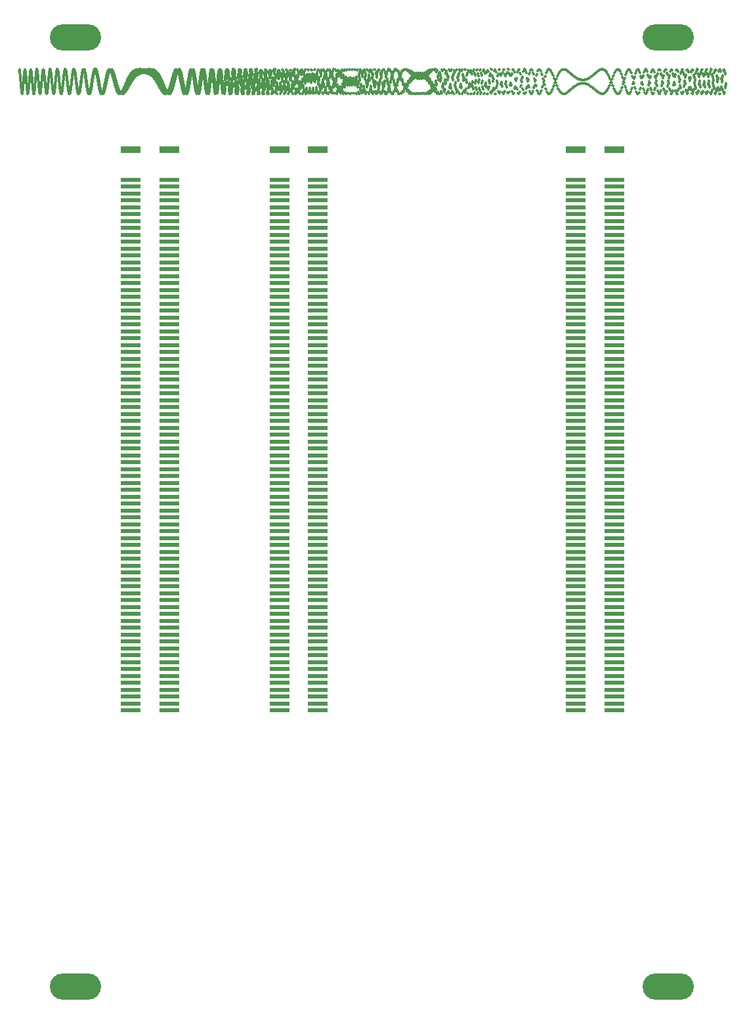
<source format=gts>
G04 Layer: TopSolderMaskLayer*
G04 EasyEDA v6.5.29, 2023-07-16 15:11:24*
G04 2c12c0e84ba74d3092461a17c469f48c,5a6b42c53f6a479593ecc07194224c93,10*
G04 Gerber Generator version 0.2*
G04 Scale: 100 percent, Rotated: No, Reflected: No *
G04 Dimensions in millimeters *
G04 leading zeros omitted , absolute positions ,4 integer and 5 decimal *
%FSLAX45Y45*%
%MOMM*%

%ADD10C,0.3556*%
%ADD11O,6.6032126X3.4031936000000003*%

%LPD*%
D10*
X6468529Y12115137D02*
G01*
X6477000Y12096328D01*
X254000Y12084850D02*
G01*
X262470Y11935414D01*
X1447800Y11979666D02*
G01*
X1456270Y12112396D01*
X9118600Y11922645D02*
G01*
X9127070Y11975528D01*
X9110129Y12135736D02*
G01*
X9118600Y12098053D01*
X9101670Y11843214D02*
G01*
X9110129Y11857111D01*
X9093200Y12147128D02*
G01*
X9101670Y12159978D01*
X9084729Y11902094D02*
G01*
X9093200Y11865744D01*
X9076270Y12031954D02*
G01*
X9084729Y12083211D01*
X9067800Y12046811D02*
G01*
X9076270Y11992513D01*
X9059329Y11890890D02*
G01*
X9067800Y11935848D01*
X9050870Y12152205D02*
G01*
X9059329Y12126650D01*
X9042400Y11844764D02*
G01*
X9050870Y11845373D01*
X9033929Y12129076D02*
G01*
X9042400Y12153272D01*
X9025470Y11931512D02*
G01*
X9033929Y11888198D01*
X9017000Y11998467D02*
G01*
X9025470Y12051078D01*
X9008529Y12076706D02*
G01*
X9017000Y12026546D01*
X9000070Y11870834D02*
G01*
X9008529Y11907553D01*
X8991600Y12158873D02*
G01*
X9000070Y12143475D01*
X8983129Y11851784D02*
G01*
X8991600Y11842755D01*
X8974670Y12111123D02*
G01*
X8983129Y12142335D01*
X8966200Y11955513D02*
G01*
X8974670Y11909107D01*
X8957729Y11974141D02*
G01*
X8966200Y12025609D01*
X8949270Y12096186D02*
G01*
X8957729Y12050674D01*
X8940800Y11859760D02*
G01*
X8949270Y11889729D01*
X8932329Y12160250D02*
G01*
X8940800Y12151946D01*
X8923870Y11859115D02*
G01*
X8932329Y11844276D01*
X8915400Y12097834D02*
G01*
X8923870Y12132437D01*
X8906929Y11971088D02*
G01*
X8915400Y11924146D01*
X8898470Y11959884D02*
G01*
X8906929Y12009338D01*
X8890000Y12106399D02*
G01*
X8898470Y12064608D01*
X8881529Y11854891D02*
G01*
X8890000Y11880601D01*
X8873070Y12159965D02*
G01*
X8881529Y12155332D01*
X8864600Y11863171D02*
G01*
X8873070Y11846054D01*
X8856129Y12092038D02*
G01*
X8864600Y12127179D01*
X8847670Y11976651D02*
G01*
X8856129Y11930694D01*
X8839200Y11955934D02*
G01*
X8847670Y12003465D01*
X8830729Y12108309D02*
G01*
X8839200Y12068553D01*
X8822270Y11854512D02*
G01*
X8830729Y11878835D01*
X8813800Y12159995D02*
G01*
X8822270Y12155617D01*
X8805329Y11862117D02*
G01*
X8813800Y11845975D01*
X8796870Y12095111D02*
G01*
X8805329Y12128400D01*
X8788400Y11971342D02*
G01*
X8796870Y11927469D01*
X8779929Y11962698D02*
G01*
X8788400Y12008718D01*
X8771470Y12101741D02*
G01*
X8779929Y12062233D01*
X8763000Y11858718D02*
G01*
X8771470Y11884441D01*
X8754529Y12160219D02*
G01*
X8763000Y12152845D01*
X8746070Y11856095D02*
G01*
X8754529Y11844027D01*
X8737600Y12107062D02*
G01*
X8746070Y12136089D01*
X8729129Y11954786D02*
G01*
X8737600Y11914299D01*
X8720670Y11981154D02*
G01*
X8729129Y12025647D01*
X8712200Y12085035D02*
G01*
X8720670Y12044530D01*
X8703729Y11869823D02*
G01*
X8712200Y11899216D01*
X8695270Y12157956D02*
G01*
X8703729Y12144672D01*
X8686800Y11847705D02*
G01*
X8695270Y11842800D01*
X8678329Y12125970D02*
G01*
X8686800Y12147941D01*
X8669870Y11927669D02*
G01*
X8678329Y11892668D01*
X8661400Y12012277D02*
G01*
X8669870Y12054128D01*
X8652929Y12055368D02*
G01*
X8661400Y12013839D01*
X8644470Y11892285D02*
G01*
X8652929Y11926526D01*
X8636000Y12147636D02*
G01*
X8644470Y12126267D01*
X8627529Y11842755D02*
G01*
X8636000Y11847921D01*
X8619070Y12146775D02*
G01*
X8627529Y12158395D01*
X8610600Y11893265D02*
G01*
X8619070Y11867014D01*
X8602129Y12055393D02*
G01*
X8610600Y12091807D01*
X8593670Y12010341D02*
G01*
X8602129Y11969737D01*
X8585200Y11931581D02*
G01*
X8593670Y11969879D01*
X8576729Y12121250D02*
G01*
X8585200Y12091230D01*
X8568270Y11850781D02*
G01*
X8576729Y11867995D01*
X8559800Y12159797D02*
G01*
X8568270Y12157819D01*
X8551329Y11859877D02*
G01*
X8559800Y11846562D01*
X8542870Y12105058D02*
G01*
X8551329Y12131377D01*
X8534400Y11951388D02*
G01*
X8542870Y11916227D01*
X8525929Y11990951D02*
G01*
X8534400Y12029567D01*
X8517470Y12070885D02*
G01*
X8525929Y12034545D01*
X8509000Y11883684D02*
G01*
X8517470Y11912483D01*
X8500529Y12150488D02*
G01*
X8509000Y12133249D01*
X8492070Y11842810D02*
G01*
X8500529Y11846234D01*
X8483600Y12147339D02*
G01*
X8492070Y12157961D01*
X8475129Y11888911D02*
G01*
X8483600Y11865985D01*
X8466670Y12065347D02*
G01*
X8475129Y12097171D01*
X8458200Y11994934D02*
G01*
X8466670Y11958749D01*
X8449729Y11950171D02*
G01*
X8458200Y11985724D01*
X8441270Y12103508D02*
G01*
X8449729Y12073371D01*
X8432800Y11862661D02*
G01*
X8441270Y11883491D01*
X8424329Y12158662D02*
G01*
X8432800Y12149714D01*
X8415870Y11846613D02*
G01*
X8424329Y11842750D01*
X8407400Y12134131D02*
G01*
X8415870Y12150054D01*
X8398929Y11907944D02*
G01*
X8407400Y11882213D01*
X8390470Y12044387D02*
G01*
X8398929Y12076473D01*
X8382000Y12014360D02*
G01*
X8390470Y11980044D01*
X8373529Y11934786D02*
G01*
X8382000Y11967065D01*
X8365070Y12113623D02*
G01*
X8373529Y12087280D01*
X8356600Y11857738D02*
G01*
X8365070Y11875101D01*
X8348129Y12159587D02*
G01*
X8356600Y12153074D01*
X8339670Y11847791D02*
G01*
X8348129Y11842904D01*
X8331200Y12132970D02*
G01*
X8339670Y12148449D01*
X8322729Y11907243D02*
G01*
X8331200Y11883186D01*
X8314270Y12048058D02*
G01*
X8322729Y12077793D01*
X8305800Y12007565D02*
G01*
X8314270Y11975609D01*
X8297329Y11943803D02*
G01*
X8305800Y11974395D01*
X8288870Y12104204D02*
G01*
X8297329Y12078276D01*
X8280400Y11865155D02*
G01*
X8288870Y11883720D01*
X8271929Y12156747D02*
G01*
X8280400Y12147344D01*
X8263470Y11843791D02*
G01*
X8271929Y11843245D01*
X8255000Y12145299D02*
G01*
X8263470Y12155500D01*
X8246529Y11886232D02*
G01*
X8255000Y11867642D01*
X8238070Y12076795D02*
G01*
X8246529Y12101705D01*
X8229600Y11973402D02*
G01*
X8238070Y11944802D01*
X8221129Y11979963D02*
G01*
X8229600Y12009363D01*
X8212670Y12070245D02*
G01*
X8221129Y12042899D01*
X8204200Y11892434D02*
G01*
X8212670Y11915167D01*
X8195729Y12140344D02*
G01*
X8204200Y12124245D01*
X8187270Y11845955D02*
G01*
X8195729Y11854091D01*
X8178800Y12159432D02*
G01*
X8187270Y12159790D01*
X8170329Y11855394D02*
G01*
X8178800Y11846786D01*
X8161870Y12122924D02*
G01*
X8170329Y12138812D01*
X8153400Y11915155D02*
G01*
X8161870Y11893562D01*
X8144929Y12045627D02*
G01*
X8153400Y12070915D01*
X8136470Y12002988D02*
G01*
X8144929Y11976229D01*
X8128000Y11954873D02*
G01*
X8136470Y11980837D01*
X8119529Y12089091D02*
G01*
X8128000Y12066015D01*
X8111070Y11880316D02*
G01*
X8119529Y11898729D01*
X8102600Y12146409D02*
G01*
X8111070Y12133994D01*
X8094129Y11844337D02*
G01*
X8102600Y11849955D01*
X8085670Y12158799D02*
G01*
X8094129Y12160206D01*
X8077200Y11855889D02*
G01*
X8085670Y11847766D01*
X8068729Y12124766D02*
G01*
X8077200Y12138817D01*
X8060270Y11909318D02*
G01*
X8068729Y11890535D01*
X8051800Y12056300D02*
G01*
X8060270Y12078337D01*
X8043329Y11987578D02*
G01*
X8051800Y11963928D01*
X8034870Y11973961D02*
G01*
X8043329Y11997550D01*
X8026400Y12068268D02*
G01*
X8034870Y12046315D01*
X8017929Y11900291D02*
G01*
X8026400Y11919191D01*
X8009470Y12130260D02*
G01*
X8017929Y12115538D01*
X8001000Y11853638D02*
G01*
X8009470Y11863382D01*
X7992529Y12159053D02*
G01*
X8001000Y12154743D01*
X7984070Y11843971D02*
G01*
X7992529Y11842767D01*
X7975600Y12149571D02*
G01*
X7984070Y12156033D01*
X7967129Y11871467D02*
G01*
X7975600Y11860298D01*
X7958670Y12106214D02*
G01*
X7967129Y12121281D01*
X7950200Y11927725D02*
G01*
X7958670Y11909734D01*
X7941729Y12040615D02*
G01*
X7950200Y12060430D01*
X7933270Y11998772D02*
G01*
X7941729Y11978264D01*
X7924800Y11968093D02*
G01*
X7933270Y11988185D01*
X7916329Y12068919D02*
G01*
X7924800Y12050260D01*
X7907870Y11903849D02*
G01*
X7916329Y11920176D01*
X7899400Y12124245D02*
G01*
X7907870Y12110956D01*
X7890929Y11859834D02*
G01*
X7899400Y11869557D01*
X7882470Y12155233D02*
G01*
X7890929Y12149399D01*
X7874000Y11842866D02*
G01*
X7882470Y11844703D01*
X7865529Y12157905D02*
G01*
X7874000Y12160008D01*
X7857070Y11854073D02*
G01*
X7865529Y11848299D01*
X7848600Y12133821D02*
G01*
X7857070Y12142881D01*
X7840129Y11889536D02*
G01*
X7848600Y11877713D01*
X7831670Y12088873D02*
G01*
X7840129Y12102876D01*
X7823200Y11941789D02*
G01*
X7831670Y11926255D01*
X7814729Y12031657D02*
G01*
X7823200Y12048058D01*
X7806270Y12001606D02*
G01*
X7814729Y11984987D01*
X7797800Y11971566D02*
G01*
X7806270Y11987794D01*
X7789329Y12059785D02*
G01*
X7797800Y12044512D01*
X7780870Y11917250D02*
G01*
X7789329Y11931091D01*
X7772400Y12108555D02*
G01*
X7780870Y12096544D01*
X7763929Y11875386D02*
G01*
X7772400Y11885272D01*
X7755470Y12142482D02*
G01*
X7763929Y12134936D01*
X7747000Y11850093D02*
G01*
X7755470Y11855195D01*
X7738529Y12158786D02*
G01*
X7747000Y12156163D01*
X7730070Y11842823D02*
G01*
X7738529Y11843029D01*
X7721600Y12157247D02*
G01*
X7730070Y12159350D01*
X7713129Y11852691D02*
G01*
X7721600Y11848467D01*
X7704670Y12139742D02*
G01*
X7713129Y12145868D01*
X7696200Y11876986D02*
G01*
X7704670Y11869221D01*
X7687729Y12109617D02*
G01*
X7696200Y12118738D01*
X7679270Y11911906D02*
G01*
X7687729Y11901716D01*
X7670800Y12070984D02*
G01*
X7679270Y12081941D01*
X7662329Y11953173D02*
G01*
X7670800Y11941733D01*
X7653870Y12028121D02*
G01*
X7662329Y12039780D01*
X7645400Y11996638D02*
G01*
X7653870Y11985023D01*
X7636929Y11984967D02*
G01*
X7645400Y11996315D01*
X7628470Y12038670D02*
G01*
X7636929Y12027786D01*
X7620000Y11944771D02*
G01*
X7628470Y11955028D01*
X7611529Y12076429D02*
G01*
X7620000Y12066935D01*
X7603070Y11909953D02*
G01*
X7611529Y11918571D01*
X7594600Y12107936D02*
G01*
X7603070Y12100265D01*
X7586129Y11882020D02*
G01*
X7594600Y11888693D01*
X7577670Y12132109D02*
G01*
X7586129Y12126460D01*
X7569200Y11861688D02*
G01*
X7577670Y11866313D01*
X7560729Y12148609D02*
G01*
X7569200Y12144994D01*
X7552270Y11848939D02*
G01*
X7560729Y11851586D01*
X7543800Y12157737D02*
G01*
X7552270Y12156015D01*
X7535329Y11843245D02*
G01*
X7543800Y11844101D01*
X7526870Y12160224D02*
G01*
X7535329Y12160163D01*
X7518400Y11843705D02*
G01*
X7526870Y11843047D01*
X7509929Y12157092D02*
G01*
X7518400Y12158395D01*
X7501470Y11849224D02*
G01*
X7509929Y11847357D01*
X7493000Y12149498D02*
G01*
X7501470Y12151847D01*
X7484529Y11858612D02*
G01*
X7493000Y11855846D01*
X7476070Y12138606D02*
G01*
X7484529Y12141708D01*
X7467600Y11870710D02*
G01*
X7476070Y11867354D01*
X7459129Y12125548D02*
G01*
X7467600Y12129101D01*
X7450670Y11884477D02*
G01*
X7459129Y11880789D01*
X7442200Y12111316D02*
G01*
X7450670Y12115081D01*
X7433729Y11898975D02*
G01*
X7442200Y11895180D01*
X7425270Y12096750D02*
G01*
X7433729Y12100519D01*
X7416800Y11913438D02*
G01*
X7425270Y11909722D01*
X7408329Y12082543D02*
G01*
X7416800Y12086158D01*
X7399870Y11927253D02*
G01*
X7408329Y11923763D01*
X7391400Y12069229D02*
G01*
X7399870Y12072571D01*
X7382929Y11939953D02*
G01*
X7391400Y11936790D01*
X7374470Y12057222D02*
G01*
X7382929Y12060194D01*
X7366000Y11951195D02*
G01*
X7374470Y11948436D01*
X7357529Y12046805D02*
G01*
X7366000Y12049348D01*
X7349070Y11960733D02*
G01*
X7357529Y11958426D01*
X7340600Y12038185D02*
G01*
X7349070Y12040250D01*
X7332129Y11968411D02*
G01*
X7340600Y11966592D01*
X7323670Y12031482D02*
G01*
X7332129Y12033051D01*
X7315200Y11974121D02*
G01*
X7323670Y11972808D01*
X7306729Y12026783D02*
G01*
X7315200Y12027837D01*
X7298270Y11977799D02*
G01*
X7306729Y11977004D01*
X7289800Y12024133D02*
G01*
X7298270Y12024667D01*
X7281329Y11979412D02*
G01*
X7289800Y11979137D01*
X7272870Y12023564D02*
G01*
X7281329Y12023575D01*
X7264400Y11978934D02*
G01*
X7272870Y11979188D01*
X7255929Y12025088D02*
G01*
X7264400Y12024580D01*
X7247470Y11976361D02*
G01*
X7255929Y11977128D01*
X7239000Y12028711D02*
G01*
X7247470Y12027682D01*
X7230529Y11971690D02*
G01*
X7239000Y11972980D01*
X7222070Y12034415D02*
G01*
X7230529Y12032871D01*
X7213600Y11964962D02*
G01*
X7222070Y11966755D01*
X7205129Y12042155D02*
G01*
X7213600Y12040120D01*
X7196670Y11956237D02*
G01*
X7205129Y11958513D01*
X7188200Y12051847D02*
G01*
X7196670Y12049340D01*
X7179729Y11945620D02*
G01*
X7188200Y11948337D01*
X7171270Y12063338D02*
G01*
X7179729Y12060417D01*
X7162800Y11933306D02*
G01*
X7171270Y11936417D01*
X7154329Y12076391D02*
G01*
X7162800Y12073117D01*
X7145870Y11919600D02*
G01*
X7154329Y11923019D01*
X7137400Y12090648D02*
G01*
X7145870Y12087125D01*
X7128929Y11904929D02*
G01*
X7137400Y11908525D01*
X7120470Y12105591D02*
G01*
X7128929Y12101959D01*
X7112000Y11889884D02*
G01*
X7120470Y11893499D01*
X7103529Y12120549D02*
G01*
X7112000Y12116991D01*
X7095070Y11875244D02*
G01*
X7103529Y11878680D01*
X7086600Y12134626D02*
G01*
X7095070Y12131377D01*
X7078129Y11861985D02*
G01*
X7086600Y11864987D01*
X7069670Y12146762D02*
G01*
X7078129Y12144095D01*
X7061200Y11851289D02*
G01*
X7069670Y11853552D01*
X7052729Y12155698D02*
G01*
X7061200Y12153917D01*
X7044270Y11844467D02*
G01*
X7052729Y11845670D01*
X7035800Y12160044D02*
G01*
X7044270Y12159493D01*
X7027329Y11842943D02*
G01*
X7035800Y11842750D01*
X7018870Y12158400D02*
G01*
X7027329Y12159411D01*
X7010400Y11848076D02*
G01*
X7018870Y11846179D01*
X7001929Y12149472D02*
G01*
X7010400Y12152325D01*
X6993470Y11861050D02*
G01*
X7001929Y11857197D01*
X6985000Y12132269D02*
G01*
X6993470Y12137151D01*
X6976529Y11882610D02*
G01*
X6985000Y11876689D01*
X6968070Y12106318D02*
G01*
X6976529Y12113270D01*
X6959600Y11912866D02*
G01*
X6968070Y11904929D01*
X6951129Y12071964D02*
G01*
X6959600Y12080806D01*
X6942670Y11950992D02*
G01*
X6951129Y11941342D01*
X6934200Y12030547D02*
G01*
X6942670Y12040859D01*
X6925729Y11995063D02*
G01*
X6934200Y11984266D01*
X6917270Y11984614D02*
G01*
X6925729Y11995678D01*
X6908800Y12041906D02*
G01*
X6917270Y12030831D01*
X6900329Y11937944D02*
G01*
X6908800Y11948759D01*
X6891870Y12087174D02*
G01*
X6900329Y12076943D01*
X6883400Y11895404D02*
G01*
X6891870Y11904736D01*
X6874929Y12125617D02*
G01*
X6883400Y12117504D01*
X6866470Y11862475D02*
G01*
X6874929Y11869036D01*
X6858000Y12151641D02*
G01*
X6866470Y12146948D01*
X6849529Y11844629D02*
G01*
X6858000Y11847189D01*
X6841070Y12160194D02*
G01*
X6849529Y12159983D01*
X6832600Y11846265D02*
G01*
X6841070Y11843976D01*
X6824129Y12147786D02*
G01*
X6832600Y12152647D01*
X6815670Y11869656D02*
G01*
X6824129Y11862259D01*
X6807200Y12113640D02*
G01*
X6815670Y12123440D01*
X6798729Y11913834D02*
G01*
X6807200Y11901909D01*
X6790270Y12060654D02*
G01*
X6798729Y12074331D01*
X6781800Y11973880D02*
G01*
X6790270Y11958960D01*
X6773329Y11995795D02*
G01*
X6781800Y12011360D01*
X6764870Y12040859D02*
G01*
X6773329Y12025350D01*
X6756400Y11929752D02*
G01*
X6764870Y11944456D01*
X6747929Y12102703D02*
G01*
X6756400Y12089582D01*
X6739470Y11875455D02*
G01*
X6747929Y11886232D01*
X6731000Y12146224D02*
G01*
X6739470Y12138477D01*
X6722529Y11845602D02*
G01*
X6731000Y11849737D01*
X6714070Y12160069D02*
G01*
X6722529Y12159945D01*
X6705600Y11849354D02*
G01*
X6714070Y11845262D01*
X6697129Y12138080D02*
G01*
X6705600Y12146333D01*
X6688670Y11889104D02*
G01*
X6697129Y11877017D01*
X6680200Y12082233D02*
G01*
X6688670Y12097550D01*
X6671729Y11958172D02*
G01*
X6680200Y11940491D01*
X6663270Y12003956D02*
G01*
X6671729Y12022881D01*
X6654800Y12040679D02*
G01*
X6663270Y12021784D01*
X6646329Y11922869D02*
G01*
X6654800Y11940374D01*
X6637870Y12114372D02*
G01*
X6646329Y12099620D01*
X6629400Y11862432D02*
G01*
X6637870Y11873179D01*
X6620929Y12156330D02*
G01*
X6629400Y12150600D01*
X6612470Y11843054D02*
G01*
X6620929Y11843115D01*
X6604000Y12150600D02*
G01*
X6612470Y12156447D01*
X6595529Y11874444D02*
G01*
X6604000Y11862953D01*
X6587070Y12095213D02*
G01*
X6595529Y12111553D01*
X6578600Y11949899D02*
G01*
X6587070Y11930001D01*
X6570129Y12005729D02*
G01*
X6578600Y12027494D01*
X6561670Y12045632D02*
G01*
X6570129Y12024004D01*
X6553200Y11912638D02*
G01*
X6561670Y11932020D01*
X6544729Y12126882D02*
G01*
X6553200Y12111751D01*
X6536270Y11851835D02*
G01*
X6544729Y11861004D01*
X6527800Y12160232D02*
G01*
X6536270Y12158184D01*
X6519329Y11850463D02*
G01*
X6527800Y11844914D01*
X6510870Y12128314D02*
G01*
X6519329Y12141113D01*
X6502400Y11913331D02*
G01*
X6510870Y11894479D01*
X6493929Y12040504D02*
G01*
X6502400Y12063455D01*
X6485470Y12016773D02*
G01*
X6493929Y11992310D01*
X6477000Y11933156D02*
G01*
X6485470Y11956244D01*
X6460070Y11856298D02*
G01*
X6468529Y11868317D01*
X6451600Y12160008D02*
G01*
X6460070Y12156554D01*
X6443129Y11850303D02*
G01*
X6451600Y11844467D01*
X6434670Y12125058D02*
G01*
X6443129Y12139686D01*
X6426200Y11922787D02*
G01*
X6434670Y11901109D01*
X6417729Y12023885D02*
G01*
X6426200Y12049770D01*
X6409270Y12039229D02*
G01*
X6417729Y12012736D01*
X6400800Y11908556D02*
G01*
X6409270Y11931774D01*
X6392329Y12136368D02*
G01*
X6400800Y12120003D01*
X6383870Y11844827D02*
G01*
X6392329Y11851617D01*
X6375400Y12155848D02*
G01*
X6383870Y12159957D01*
X6366929Y11873997D02*
G01*
X6375400Y11859313D01*
X6358470Y12081253D02*
G01*
X6366929Y12104408D01*
X6350000Y11983138D02*
G01*
X6358470Y11955114D01*
X6341529Y11954786D02*
G01*
X6350000Y11983057D01*
X6333070Y12105866D02*
G01*
X6341529Y12082238D01*
X6324600Y11857230D02*
G01*
X6333070Y11871926D01*
X6316129Y12160250D02*
G01*
X6324600Y12157379D01*
X6307670Y11857067D02*
G01*
X6316129Y11847271D01*
X6299200Y12104644D02*
G01*
X6307670Y12125622D01*
X6290729Y11959536D02*
G01*
X6299200Y11931086D01*
X6282270Y11973638D02*
G01*
X6290729Y12004240D01*
X6273800Y12094331D02*
G01*
X6282270Y12067573D01*
X6265329Y11861713D02*
G01*
X6273800Y11879138D01*
X6256870Y12160138D02*
G01*
X6265329Y12155858D01*
X6248400Y11856788D02*
G01*
X6256870Y11846699D01*
X6239929Y12101563D02*
G01*
X6248400Y12124240D01*
X6231470Y11968007D02*
G01*
X6239929Y11937337D01*
X6223000Y11960529D02*
G01*
X6231470Y11992632D01*
X6214529Y12108413D02*
G01*
X6223000Y12082053D01*
X6206070Y11852361D02*
G01*
X6214529Y11866834D01*
X6197600Y12158769D02*
G01*
X6206070Y12159823D01*
X6189129Y11872986D02*
G01*
X6197600Y11856280D01*
X6180670Y12070308D02*
G01*
X6189129Y12099030D01*
X6172200Y12009592D02*
G01*
X6180670Y11975597D01*
X6163729Y11917895D02*
G01*
X6172200Y11948845D01*
X6155270Y12140184D02*
G01*
X6163729Y12120178D01*
X6146800Y11842750D02*
G01*
X6155270Y11846433D01*
X6138329Y12139221D02*
G01*
X6146800Y12153198D01*
X6129870Y11921337D02*
G01*
X6138329Y11893016D01*
X6121400Y12002157D02*
G01*
X6129870Y12037504D01*
X6112929Y12081129D02*
G01*
X6121400Y12048281D01*
X6104470Y11863064D02*
G01*
X6112929Y11884197D01*
X6096000Y12160194D02*
G01*
X6104470Y12157001D01*
X6087529Y11867796D02*
G01*
X6096000Y11851746D01*
X6079070Y12071182D02*
G01*
X6087529Y12102205D01*
X6070600Y12016867D02*
G01*
X6079070Y11979747D01*
X6062129Y11905089D02*
G01*
X6070600Y11937255D01*
X6053670Y12150186D02*
G01*
X6062129Y12132909D01*
X6045200Y11846123D02*
G01*
X6053670Y11842836D01*
X6036729Y12114875D02*
G01*
X6045200Y12138111D01*
X6028270Y11966519D02*
G01*
X6036729Y11930359D01*
X6019800Y11946247D02*
G01*
X6028270Y11983857D01*
X6011329Y12129472D02*
G01*
X6019800Y12102777D01*
X6002870Y11842922D02*
G01*
X6011329Y11849564D01*
X5994400Y12137318D02*
G01*
X6002870Y12153379D01*
X5985929Y11935142D02*
G01*
X5994400Y11901457D01*
X5977470Y11974865D02*
G01*
X5985929Y12014758D01*
X5969000Y12112327D02*
G01*
X5977470Y12080242D01*
X5960529Y11845589D02*
G01*
X5969000Y11858190D01*
X5952070Y12146211D02*
G01*
X5960529Y12158047D01*
X5943600Y11921319D02*
G01*
X5952070Y11888942D01*
X5935129Y11986821D02*
G01*
X5943600Y12027992D01*
X5926670Y12106064D02*
G01*
X5935129Y12071586D01*
X5918200Y11846600D02*
G01*
X5926670Y11860999D01*
X5909729Y12146793D02*
G01*
X5918200Y12158477D01*
X5901270Y11923148D02*
G01*
X5909729Y11889531D01*
X5892800Y11981197D02*
G01*
X5901270Y12023656D01*
X5884329Y12112823D02*
G01*
X5892800Y12078624D01*
X5875870Y11844307D02*
G01*
X5884329Y11856013D01*
X5867400Y12139444D02*
G01*
X5875870Y12155525D01*
X5858929Y11941045D02*
G01*
X5867400Y11903496D01*
X5850470Y11958203D02*
G01*
X5858929Y12001505D01*
X5842000Y12130415D02*
G01*
X5850470Y12100062D01*
X5833529Y11842973D02*
G01*
X5842000Y11846806D01*
X5825070Y12119434D02*
G01*
X5833529Y12144281D01*
X5816600Y11977415D02*
G01*
X5825070Y11934601D01*
X5808129Y11920253D02*
G01*
X5816600Y11961761D01*
X5799670Y12151197D02*
G01*
X5808129Y12130217D01*
X5791200Y11852889D02*
G01*
X5799670Y11843158D01*
X5782729Y12078754D02*
G01*
X5791200Y12115081D01*
X5774270Y12032978D02*
G01*
X5782729Y11987062D01*
X5765800Y11875975D02*
G01*
X5774270Y11909300D01*
X5757329Y12159983D02*
G01*
X5765800Y12155858D01*
X5748870Y11888607D02*
G01*
X5757329Y11860999D01*
X5740400Y12011812D02*
G01*
X5748870Y12057725D01*
X5731929Y12099546D02*
G01*
X5740400Y12058469D01*
X5723470Y11845030D02*
G01*
X5731929Y11859963D01*
X5715000Y12135142D02*
G01*
X5723470Y12154570D01*
X5706529Y11961274D02*
G01*
X5715000Y11917225D01*
X5698070Y11926379D02*
G01*
X5706529Y11971845D01*
X5689600Y12151984D02*
G01*
X5698070Y12129703D01*
X5681129Y11857476D02*
G01*
X5689600Y11844009D01*
X5672670Y12059450D02*
G01*
X5681129Y12101741D01*
X5664200Y12062426D02*
G01*
X5672670Y12014596D01*
X5655729Y11855566D02*
G01*
X5664200Y11881899D01*
X5647270Y12149378D02*
G01*
X5655729Y12159983D01*
X5638800Y11937187D02*
G01*
X5647270Y11895261D01*
X5630329Y11944233D02*
G01*
X5638800Y11993346D01*
X5621870Y12147034D02*
G01*
X5630329Y12119775D01*
X5613400Y11854340D02*
G01*
X5621870Y11843072D01*
X5604929Y12061291D02*
G01*
X5613400Y12104804D01*
X5596470Y12066036D02*
G01*
X5604929Y12016506D01*
X5588000Y11851982D02*
G01*
X5596470Y11876900D01*
X5579529Y12142937D02*
G01*
X5588000Y12158601D01*
X5571070Y11957540D02*
G01*
X5579529Y11910651D01*
X5562600Y11919483D02*
G01*
X5571070Y11967994D01*
X5554129Y12157092D02*
G01*
X5562600Y12138347D01*
X5545670Y11873527D02*
G01*
X5554129Y11849831D01*
X5537200Y12017349D02*
G01*
X5545670Y12068398D01*
X5528729Y12108804D02*
G01*
X5537200Y12064156D01*
X5520270Y11842780D02*
G01*
X5528729Y11850794D01*
X5511800Y12103844D02*
G01*
X5520270Y12138433D01*
X5503329Y12026130D02*
G01*
X5511800Y11972223D01*
X5494870Y11866481D02*
G01*
X5503329Y11902412D01*
X5486400Y12152584D02*
G01*
X5494870Y12160163D01*
X5477929Y11941403D02*
G01*
X5486400Y11895137D01*
X5469470Y11927197D02*
G01*
X5477929Y11979412D01*
X5461000Y12156968D02*
G01*
X5469470Y12136610D01*
X5444070Y12001505D02*
G01*
X5452529Y12056275D01*
X5435600Y12125281D02*
G01*
X5444070Y12083188D01*
X5427129Y11846664D02*
G01*
X5435600Y11844144D01*
X5418670Y12069757D02*
G01*
X5427129Y12115528D01*
X5410200Y12072566D02*
G01*
X5418670Y12018248D01*
X5401729Y11845709D02*
G01*
X5410200Y11866438D01*
X5393270Y12120338D02*
G01*
X5401729Y12149886D01*
X5384800Y12013704D02*
G01*
X5393270Y11956689D01*
X5376329Y11867517D02*
G01*
X5384800Y11906697D01*
X5367870Y12149714D02*
G01*
X5376329Y12160250D01*
X5359400Y11959579D02*
G01*
X5367870Y11907334D01*
X5350929Y11902318D02*
G01*
X5359400Y11953750D01*
X5342470Y12160044D02*
G01*
X5350929Y12152195D01*
X5334000Y11916067D02*
G01*
X5342470Y11873240D01*
X5325529Y11941411D02*
G01*
X5334000Y11999236D01*
X5317070Y12156381D02*
G01*
X5325529Y12132810D01*
X5308600Y11884781D02*
G01*
X5317070Y11853367D01*
X5300129Y11978581D02*
G01*
X5308600Y12038266D01*
X5291670Y12144430D02*
G01*
X5300129Y12108601D01*
X5283200Y11864558D02*
G01*
X5291670Y11844505D01*
X5274729Y12010237D02*
G01*
X5283200Y12068868D01*
X5266270Y12129244D02*
G01*
X5274729Y12084527D01*
X5257800Y11852894D02*
G01*
X5266270Y11842805D01*
X5249329Y12034824D02*
G01*
X5257800Y12091045D01*
X5240870Y12114629D02*
G01*
X5249329Y12063884D01*
X5232400Y11847004D02*
G01*
X5240870Y11844746D01*
X5223929Y12052094D02*
G01*
X5232400Y12105792D01*
X5215470Y12103155D02*
G01*
X5223929Y12048561D01*
X5207000Y11844492D02*
G01*
X5215470Y11847573D01*
X5198529Y12062371D02*
G01*
X5207000Y12114324D01*
X5190070Y12096353D02*
G01*
X5198529Y12039518D01*
X5181600Y11843679D02*
G01*
X5190070Y11849460D01*
X5173129Y12066066D02*
G01*
X5181600Y12117616D01*
X5164670Y12094982D02*
G01*
X5173129Y12037156D01*
X5156200Y11843748D02*
G01*
X5164670Y11849491D01*
X5147729Y12063361D02*
G01*
X5156200Y12116092D01*
X5139270Y12099193D02*
G01*
X5147729Y12041571D01*
X5130800Y11844784D02*
G01*
X5139270Y11847649D01*
X5122329Y12054098D02*
G01*
X5130800Y12109531D01*
X5113870Y12108555D02*
G01*
X5122329Y12052622D01*
X5105400Y11847766D02*
G01*
X5113870Y11844820D01*
X5096929Y12037857D02*
G01*
X5105400Y12097115D01*
X5088470Y12121956D02*
G01*
X5096929Y12069787D01*
X5080000Y11854555D02*
G01*
X5088470Y11842818D01*
X5071529Y12014225D02*
G01*
X5080000Y12077618D01*
X5063070Y12137354D02*
G01*
X5071529Y12091880D01*
X5054600Y11867715D02*
G01*
X5063070Y11844431D01*
X5046129Y11983305D02*
G01*
X5054600Y12049856D01*
X5037670Y12151481D02*
G01*
X5046129Y12116600D01*
X5029200Y11890120D02*
G01*
X5037670Y11853255D01*
X5020729Y11946420D02*
G01*
X5029200Y12013331D01*
X5012270Y12159747D02*
G01*
X5020729Y12140046D01*
X5003800Y11924202D02*
G01*
X5012270Y11873260D01*
X4995329Y11906920D02*
G01*
X5003800Y11969211D01*
X4986870Y12156455D02*
G01*
X4995329Y12156567D01*
X4978400Y11970748D02*
G01*
X4986870Y11907799D01*
X4969929Y11870847D02*
G01*
X4978400Y11921418D01*
X4961470Y12135792D02*
G01*
X4969929Y12159046D01*
X4953000Y12027296D02*
G01*
X4961470Y11957979D01*
X4944529Y11846966D02*
G01*
X4953000Y11877408D01*
X4936070Y12093785D02*
G01*
X4944529Y12140313D01*
X4927600Y12086643D02*
G01*
X4936070Y12020610D01*
X4919129Y11845508D02*
G01*
X4927600Y11848089D01*
X4910670Y12031124D02*
G01*
X4919129Y12095800D01*
X4902200Y12136244D02*
G01*
X4910670Y12086338D01*
X4893729Y11875046D02*
G01*
X4902200Y11845851D01*
X4885270Y11956138D02*
G01*
X4893729Y12027265D01*
X4876800Y12159914D02*
G01*
X4885270Y12139345D01*
X4868329Y11937616D02*
G01*
X4876800Y11880166D01*
X4859870Y11886283D02*
G01*
X4868329Y11946333D01*
X4851400Y12142843D02*
G01*
X4859870Y12160237D01*
X4842929Y12023364D02*
G01*
X4851400Y11951251D01*
X4834470Y11845645D02*
G01*
X4842929Y11875411D01*
X4826000Y12079803D02*
G01*
X4834470Y12133249D01*
X4817529Y12108017D02*
G01*
X4826000Y12043971D01*
X4809070Y11856615D02*
G01*
X4817529Y11842910D01*
X4800600Y11983821D02*
G01*
X4809070Y12056833D01*
X4792129Y12157303D02*
G01*
X4800600Y12126719D01*
X4783670Y11926470D02*
G01*
X4792129Y11871195D01*
X4775200Y11889389D02*
G01*
X4783670Y11952759D01*
X4766729Y12141212D02*
G01*
X4775200Y12160211D01*
X4758270Y12034652D02*
G01*
X4766729Y11959983D01*
X4749800Y11843128D02*
G01*
X4758270Y11865780D01*
X4741329Y12054928D02*
G01*
X4749800Y12117697D01*
X4732870Y12131390D02*
G01*
X4741329Y12074649D01*
X4724400Y11879473D02*
G01*
X4732870Y11846346D01*
X4715929Y11934626D02*
G01*
X4724400Y12009028D01*
X4707470Y12157664D02*
G01*
X4715929Y12153013D01*
X4699000Y11990641D02*
G01*
X4707470Y11918025D01*
X4690529Y11850438D02*
G01*
X4699000Y11890809D01*
X4682070Y12084687D02*
G01*
X4690529Y12138378D01*
X4673600Y12113734D02*
G01*
X4682070Y12047761D01*
X4665129Y11866686D02*
G01*
X4673600Y11843085D01*
X4656670Y11949689D02*
G01*
X4665129Y12026793D01*
X4648200Y12159226D02*
G01*
X4656670Y12148908D01*
X4639729Y11985630D02*
G01*
X4648200Y11912450D01*
X4631270Y11850260D02*
G01*
X4639729Y11891540D01*
X4622800Y12079343D02*
G01*
X4631270Y12135998D01*
X4614329Y12121784D02*
G01*
X4622800Y12057428D01*
X4605870Y11876702D02*
G01*
X4614329Y11844909D01*
X4597400Y11928505D02*
G01*
X4605870Y12005431D01*
X4588929Y12153417D02*
G01*
X4597400Y12156777D01*
X4580470Y12019899D02*
G01*
X4588929Y11941243D01*
X4572000Y11843011D02*
G01*
X4580470Y11867337D01*
X4563529Y12036953D02*
G01*
X4572000Y12107788D01*
X4555070Y12148431D02*
G01*
X4563529Y12100420D01*
X4546600Y11919031D02*
G01*
X4555070Y11863207D01*
X4538129Y11879994D02*
G01*
X4546600Y11945726D01*
X4529670Y12120450D02*
G01*
X4538129Y12156770D01*
X4521200Y12088644D02*
G01*
X4529670Y12011906D01*
X4512729Y11858104D02*
G01*
X4521200Y11843176D01*
X4504270Y11952937D02*
G01*
X4512729Y12034199D01*
X4495800Y12157583D02*
G01*
X4504270Y12151357D01*
X4487329Y12011192D02*
G01*
X4495800Y11931004D01*
X4478870Y11843004D02*
G01*
X4487329Y11868609D01*
X4470400Y12028103D02*
G01*
X4478870Y12102845D01*
X4461929Y12154265D02*
G01*
X4470400Y12111997D01*
X4453470Y11942998D02*
G01*
X4461929Y11876725D01*
X4445000Y11860268D02*
G01*
X4453470Y11916072D01*
X4436529Y12086635D02*
G01*
X4445000Y12142670D01*
X4428070Y12127618D02*
G01*
X4436529Y12061416D01*
X4419600Y11895137D02*
G01*
X4428070Y11850029D01*
X4411129Y11892117D02*
G01*
X4419600Y11965899D01*
X4402670Y12124054D02*
G01*
X4411129Y12158383D01*
X4394200Y12094077D02*
G01*
X4402670Y12015111D01*
X4385729Y11867126D02*
G01*
X4394200Y11842793D01*
X4377270Y11924624D02*
G01*
X4385729Y12006907D01*
X4368800Y12144120D02*
G01*
X4377270Y12159660D01*
X4360329Y12064621D02*
G01*
X4368800Y11980379D01*
X4351870Y11853397D02*
G01*
X4360329Y11845185D01*
X4343400Y11949640D02*
G01*
X4351870Y12034961D01*
X4334929Y12153044D02*
G01*
X4343400Y12155543D01*
X4326470Y12044939D02*
G01*
X4334929Y11959033D01*
X4318000Y11847964D02*
G01*
X4326470Y11849483D01*
X4309529Y11963450D02*
G01*
X4318000Y12049732D01*
X4301070Y12155990D02*
G01*
X4309529Y12152195D01*
X4292600Y12037293D02*
G01*
X4301070Y11950644D01*
X4284129Y11846854D02*
G01*
X4292600Y11851165D01*
X4275670Y11964789D02*
G01*
X4284129Y12051883D01*
X4267200Y12155548D02*
G01*
X4275670Y12152505D01*
X4258729Y12042279D02*
G01*
X4267200Y11954700D01*
X4250270Y11848962D02*
G01*
X4258729Y11848919D01*
X4241800Y11953557D02*
G01*
X4250270Y12041548D01*
X4233329Y12151271D02*
G01*
X4241800Y12156244D01*
X4224870Y12059549D02*
G01*
X4233329Y11971479D01*
X4216400Y11856280D02*
G01*
X4224870Y11844535D01*
X4207929Y11930669D02*
G01*
X4216400Y12018114D01*
X4199470Y12139719D02*
G01*
X4207929Y12160013D01*
X4191000Y12087324D02*
G01*
X4199470Y12001672D01*
X4182529Y11873532D02*
G01*
X4191000Y11843054D01*
X4174070Y11899173D02*
G01*
X4182529Y11981289D01*
X4165600Y12115154D02*
G01*
X4174070Y12157130D01*
X4157129Y12120798D02*
G01*
X4165600Y12044573D01*
X4148670Y11906976D02*
G01*
X4157129Y11852709D01*
X4140200Y11866158D02*
G01*
X4148670Y11933516D01*
X4131729Y12071555D02*
G01*
X4140200Y12138136D01*
X4123270Y12150135D02*
G01*
X4131729Y12095137D01*
X4114800Y11961352D02*
G01*
X4123270Y11883496D01*
X4106329Y11844467D02*
G01*
X4114800Y11883306D01*
X4097870Y12006844D02*
G01*
X4106329Y12093575D01*
X4089400Y12159673D02*
G01*
X4097870Y12140717D01*
X4080929Y12034428D02*
G01*
X4089400Y11942792D01*
X4072470Y11851728D02*
G01*
X4080929Y11847728D01*
X4064000Y11929292D02*
G01*
X4072470Y12020227D01*
X4055529Y12131476D02*
G01*
X4064000Y12160219D01*
X4047070Y12110410D02*
G01*
X4055529Y12027253D01*
X4038600Y11903534D02*
G01*
X4047070Y11850377D01*
X4030129Y11862965D02*
G01*
X4038600Y11930341D01*
X4021670Y12055965D02*
G01*
X4030129Y12130384D01*
X4013200Y12157539D02*
G01*
X4021670Y12113963D01*
X4004729Y11999163D02*
G01*
X4013200Y11909971D01*
X3996270Y11844797D02*
G01*
X4004729Y11857893D01*
X3987800Y11948342D02*
G01*
X3996270Y12042470D01*
X3979329Y12138687D02*
G01*
X3987800Y12159785D01*
X3970870Y12105965D02*
G01*
X3979329Y12019414D01*
X3962400Y11904619D02*
G01*
X3970870Y11850215D01*
X3953929Y11858909D02*
G01*
X3962400Y11924289D01*
X3945470Y12040567D02*
G01*
X3953929Y12121573D01*
X3937000Y12160138D02*
G01*
X3945470Y12128129D01*
X3928529Y12029894D02*
G01*
X3937000Y11935040D01*
X3920070Y11855394D02*
G01*
X3928529Y11846278D01*
X3911600Y11908109D02*
G01*
X3920070Y11999186D01*
X3903129Y12104923D02*
G01*
X3911600Y12155487D01*
X3894670Y12142886D02*
G01*
X3903129Y12075053D01*
X3886200Y11965396D02*
G01*
X3894670Y11882475D01*
X3877729Y11842780D02*
G01*
X3886200Y11870585D01*
X3869270Y11958942D02*
G01*
X3877729Y12055866D01*
X3860800Y12138507D02*
G01*
X3869270Y12159566D01*
X3852329Y12114590D02*
G01*
X3860800Y12028251D01*
X3843870Y11924078D02*
G01*
X3852329Y11857639D01*
X3835400Y11847141D02*
G01*
X3843870Y11898157D01*
X3826929Y11994667D02*
G01*
X3835400Y12089079D01*
X3818470Y12151834D02*
G01*
X3826929Y12153082D01*
X3810000Y12093252D02*
G01*
X3818470Y11999310D01*
X3801529Y11904141D02*
G01*
X3810000Y11848901D01*
X3793070Y11852963D02*
G01*
X3801529Y11914832D01*
X3784600Y12010387D02*
G01*
X3793070Y12102541D01*
X3776129Y12155164D02*
G01*
X3784600Y12148845D01*
X3767670Y12087014D02*
G01*
X3776129Y11990771D01*
X3759200Y11901462D02*
G01*
X3767670Y11847736D01*
X3750729Y11852722D02*
G01*
X3759200Y11915117D01*
X3742270Y12005604D02*
G01*
X3750729Y12099602D01*
X3733800Y12152690D02*
G01*
X3742270Y12151593D01*
X3725329Y12097666D02*
G01*
X3733800Y12002747D01*
X3716870Y11915297D02*
G01*
X3725329Y11852516D01*
X3708400Y11846674D02*
G01*
X3716870Y11898919D01*
X3699929Y11980359D02*
G01*
X3708400Y12079429D01*
X3691470Y12141187D02*
G01*
X3699929Y12158395D01*
X3683000Y12121995D02*
G01*
X3691470Y12034992D01*
X3674529Y11948995D02*
G01*
X3683000Y11868993D01*
X3666070Y11842874D02*
G01*
X3674529Y11871548D01*
X3657600Y11936450D02*
G01*
X3666070Y12037819D01*
X3649129Y12111007D02*
G01*
X3657600Y12158339D01*
X3640670Y12149584D02*
G01*
X3649129Y12084011D01*
X3632200Y12006112D02*
G01*
X3640670Y11908259D01*
X3623729Y11857334D02*
G01*
X3632200Y11846793D01*
X3615270Y11883285D02*
G01*
X3623729Y11972975D01*
X3606800Y12051073D02*
G01*
X3615270Y12133176D01*
X3598329Y12159444D02*
G01*
X3606800Y12135916D01*
X3589870Y12080981D02*
G01*
X3598329Y11979546D01*
X3581400Y11909554D02*
G01*
X3589870Y11849323D01*
X3572929Y11845422D02*
G01*
X3581400Y11896656D01*
X3564470Y11961421D02*
G01*
X3572929Y12065012D01*
X3556000Y12122980D02*
G01*
X3564470Y12160168D01*
X3547529Y12146323D02*
G01*
X3556000Y12074735D01*
X3539070Y12006658D02*
G01*
X3547529Y11906943D01*
X3530600Y11861594D02*
G01*
X3539070Y11845305D01*
X3522129Y11871721D02*
G01*
X3530600Y11957011D01*
X3513670Y12024245D02*
G01*
X3522129Y12117349D01*
X3505200Y12151611D02*
G01*
X3513670Y12150948D01*
X3496729Y12116668D02*
G01*
X3505200Y12022869D01*
X3488270Y11958607D02*
G01*
X3496729Y11872229D01*
X3479800Y11846471D02*
G01*
X3488270Y11859399D01*
X3471329Y11897680D02*
G01*
X3479800Y11996346D01*
X3462870Y12056976D02*
G01*
X3471329Y12138291D01*
X3454400Y12158489D02*
G01*
X3462870Y12138174D01*
X3445929Y12098875D02*
G01*
X3454400Y11997743D01*
X3437470Y11940555D02*
G01*
X3445929Y11861545D01*
X3429000Y11844040D02*
G01*
X3437470Y11866910D01*
X3420529Y11904891D02*
G01*
X3429000Y12006808D01*
X3412070Y12061080D02*
G01*
X3420529Y12141027D01*
X3403600Y12158413D02*
G01*
X3412070Y12137844D01*
X3395129Y12103094D02*
G01*
X3403600Y12002002D01*
X3386670Y11950204D02*
G01*
X3395129Y11866097D01*
X3378200Y11846694D02*
G01*
X3386670Y11859983D01*
X3369729Y11889742D02*
G01*
X3378200Y11987844D01*
X3361270Y12037237D02*
G01*
X3369729Y12128103D01*
X3352800Y12151116D02*
G01*
X3361270Y12150272D01*
X3344329Y12127209D02*
G01*
X3352800Y12035426D01*
X3335870Y11989005D02*
G01*
X3344329Y11890027D01*
X3327400Y11862531D02*
G01*
X3335870Y11845800D01*
X3318929Y11860535D02*
G01*
X3327400Y11941014D01*
X3310470Y11983168D02*
G01*
X3318929Y12089495D01*
X3302000Y12121431D02*
G01*
X3310470Y12160244D01*
X3293529Y12155215D02*
G01*
X3302000Y12092792D01*
X3285070Y12056894D02*
G01*
X3293529Y11947017D01*
X3276600Y11911837D02*
G01*
X3285070Y11848195D01*
X3268129Y11842780D02*
G01*
X3276600Y11879077D01*
X3259670Y11906262D02*
G01*
X3268129Y12012109D01*
X3251200Y12048096D02*
G01*
X3259670Y12135878D01*
X3242729Y12151332D02*
G01*
X3251200Y12149167D01*
X3234270Y12133026D02*
G01*
X3242729Y12042719D01*
X3225800Y12009523D02*
G01*
X3234270Y11903613D01*
X3217329Y11880136D02*
G01*
X3225800Y11842767D01*
X3208870Y11846407D02*
G01*
X3217329Y11906900D01*
X3200400Y11933143D02*
G01*
X3208870Y12044349D01*
X3191929Y12072020D02*
G01*
X3200400Y12148276D01*
X3183470Y12156757D02*
G01*
X3191929Y12140003D01*
X3175000Y12124438D02*
G01*
X3183470Y12027390D01*
X3166529Y12000811D02*
G01*
X3175000Y11895942D01*
X3158070Y11878208D02*
G01*
X3166529Y11842892D01*
X3149600Y11845864D02*
G01*
X3158070Y11905802D01*
X3141129Y11925716D02*
G01*
X3149600Y12037517D01*
X3132670Y12059196D02*
G01*
X3141129Y12142955D01*
X3124200Y12151464D02*
G01*
X3132670Y12148058D01*
X3115729Y12138855D02*
G01*
X3124200Y12050786D01*
X3107270Y12031687D02*
G01*
X3115729Y11919910D01*
X3098800Y11904426D02*
G01*
X3107270Y11845335D01*
X3090329Y11843128D02*
G01*
X3098800Y11876539D01*
X3081870Y11887565D02*
G01*
X3090329Y11991032D01*
X3073400Y12006808D02*
G01*
X3081870Y12111906D01*
X3064929Y12122043D02*
G01*
X3073400Y12160189D01*
X3056470Y12159195D02*
G01*
X3064929Y12105896D01*
X3048000Y12095906D02*
G01*
X3056470Y11985315D01*
X3039529Y11973600D02*
G01*
X3048000Y11875505D01*
X3031070Y11869204D02*
G01*
X3039529Y11844665D01*
X3022600Y11846501D02*
G01*
X3031070Y11910474D01*
X3014129Y11917890D02*
G01*
X3022600Y12031291D01*
X3005670Y12039010D02*
G01*
X3014129Y12133615D01*
X2997200Y12137323D02*
G01*
X3005670Y12157031D01*
X2988729Y12155741D02*
G01*
X2997200Y12089165D01*
X2980270Y12084992D02*
G01*
X2988729Y11970877D01*
X2971800Y11966996D02*
G01*
X2980270Y11870717D01*
X2963329Y11869044D02*
G01*
X2971800Y11844939D01*
X2954870Y11845287D02*
G01*
X2963329Y11906620D01*
X2946400Y11907446D02*
G01*
X2954870Y12020227D01*
X2937929Y12020278D02*
G01*
X2946400Y12123036D01*
X2929470Y12122442D02*
G01*
X2937929Y12160051D01*
X2921000Y12160138D02*
G01*
X2929470Y12112835D01*
X2912529Y12114870D02*
G01*
X2921000Y12007644D01*
X2904070Y12011497D02*
G01*
X2912529Y11899861D01*
X2895600Y11903621D02*
G01*
X2904070Y11844474D01*
X2887129Y11845434D02*
G01*
X2895600Y11868348D01*
X2878670Y11864781D02*
G01*
X2887129Y11958147D01*
X2870200Y11950743D02*
G01*
X2878670Y12068639D01*
X2861729Y12060633D02*
G01*
X2870200Y12146069D01*
X2853270Y12141794D02*
G01*
X2861729Y12154184D01*
X2844800Y12156757D02*
G01*
X2853270Y12090524D01*
X2836329Y12099912D02*
G01*
X2844800Y11985995D01*
X2827870Y11998579D02*
G01*
X2836329Y11889196D01*
X2819400Y11899186D02*
G01*
X2827870Y11843575D01*
X2810929Y11845714D02*
G01*
X2819400Y11868373D01*
X2802470Y11860573D02*
G01*
X2810929Y11951307D01*
X2794000Y11935973D02*
G01*
X2802470Y12055375D01*
X2785529Y12038675D02*
G01*
X2794000Y12135865D01*
X2777070Y12125182D02*
G01*
X2785529Y12159518D01*
X2768600Y12160194D02*
G01*
X2777070Y12117748D01*
X2760129Y12130608D02*
G01*
X2768600Y12028952D01*
X2751670Y12049620D02*
G01*
X2760129Y11929739D01*
X2743200Y11950235D02*
G01*
X2751670Y11859529D01*
X2734729Y11871398D02*
G01*
X2743200Y11845008D01*
X2726270Y11842775D02*
G01*
X2734729Y11890524D01*
X2717800Y11874004D02*
G01*
X2726270Y11977570D01*
X2709329Y11952201D02*
G01*
X2717800Y12072894D01*
X2700870Y12047804D02*
G01*
X2709329Y12141454D01*
X2692400Y12126125D02*
G01*
X2700870Y12159178D01*
X2683929Y12159902D02*
G01*
X2692400Y12120946D01*
X2675470Y12138433D02*
G01*
X2683929Y12041380D01*
X2667000Y12070339D02*
G01*
X2675470Y11948728D01*
X2658529Y11979615D02*
G01*
X2667000Y11874555D01*
X2650070Y11896811D02*
G01*
X2658529Y11843047D01*
X2641600Y11848665D02*
G01*
X2650070Y11863468D01*
X2633129Y11849745D02*
G01*
X2641600Y11928010D01*
X2624670Y11898510D02*
G01*
X2633129Y12015228D01*
X2616200Y11978716D02*
G01*
X2624670Y12097512D01*
X2607729Y12065205D02*
G01*
X2616200Y12149886D01*
X2599270Y12131992D02*
G01*
X2607729Y12157402D01*
X2590800Y12159978D02*
G01*
X2599270Y12118980D01*
X2582329Y12142073D02*
G01*
X2590800Y12046905D01*
X2573870Y12084545D02*
G01*
X2582329Y11962526D01*
X2565400Y12004420D02*
G01*
X2573870Y11889717D01*
X2556929Y11924164D02*
G01*
X2565400Y11848144D01*
X2548470Y11865315D02*
G01*
X2556929Y11848157D01*
X2540000Y11842793D02*
G01*
X2548470Y11888657D01*
X2531529Y11861421D02*
G01*
X2540000Y11958035D01*
X2523070Y11915366D02*
G01*
X2531529Y12037857D01*
X2514600Y11990237D02*
G01*
X2523070Y12107905D01*
X2506129Y12067176D02*
G01*
X2514600Y12151283D01*
X2497670Y12127717D02*
G01*
X2506129Y12158327D01*
X2489200Y12158124D02*
G01*
X2497670Y12128400D01*
X2480729Y12152251D02*
G01*
X2489200Y12069478D01*
X2472270Y12112482D02*
G01*
X2480729Y11995739D01*
X2463800Y12048596D02*
G01*
X2472270Y11923974D01*
X2455329Y11975144D02*
G01*
X2463800Y11869732D01*
X2446870Y11907987D02*
G01*
X2455329Y11844040D01*
X2438400Y11860888D02*
G01*
X2446870Y11851401D01*
X2429929Y11842818D02*
G01*
X2438400Y11889303D01*
X2421470Y11856478D02*
G01*
X2429929Y11949224D01*
X2413000Y11898218D02*
G01*
X2421470Y12018751D01*
X2404529Y11959196D02*
G01*
X2413000Y12084265D01*
X2396070Y12027408D02*
G01*
X2404529Y12133615D01*
X2387600Y12090189D02*
G01*
X2396070Y12158271D01*
X2379129Y12136493D02*
G01*
X2387600Y12154626D01*
X2370670Y12158804D02*
G01*
X2379129Y12124245D01*
X2362200Y12154105D02*
G01*
X2370670Y12073216D01*
X2353729Y12124098D02*
G01*
X2362200Y12010783D01*
X2345270Y12074519D02*
G01*
X2353729Y11947530D01*
X2336800Y12013933D02*
G01*
X2345270Y11893593D01*
X2328329Y11952119D02*
G01*
X2336800Y11857055D01*
X2319870Y11898492D02*
G01*
X2328329Y11842861D01*
X2311400Y11860672D02*
G01*
X2319870Y11852313D01*
X2302929Y11843537D02*
G01*
X2311400Y11883194D01*
X2294470Y11848746D02*
G01*
X2302929Y11930359D01*
X2286000Y11874748D02*
G01*
X2294470Y11986704D01*
X2277529Y11917293D02*
G01*
X2286000Y12044332D01*
X2269070Y11970214D02*
G01*
X2277529Y12095645D01*
X2260600Y12026404D02*
G01*
X2269070Y12134367D01*
X2252129Y12078804D02*
G01*
X2260600Y12156175D01*
X2243670Y12121268D02*
G01*
X2252129Y12159109D01*
X2235200Y12149244D02*
G01*
X2243670Y12143579D01*
X2226729Y12160138D02*
G01*
X2235200Y12112117D01*
X2218270Y12153447D02*
G01*
X2226729Y12068863D01*
X2209800Y12130625D02*
G01*
X2218270Y12018987D01*
X2201329Y12094745D02*
G01*
X2209800Y11967989D01*
X2192870Y12049998D02*
G01*
X2201329Y11921114D01*
X2184400Y12001172D02*
G01*
X2192870Y11882821D01*
X2175929Y11953100D02*
G01*
X2184400Y11856405D01*
X2167470Y11910199D02*
G01*
X2175929Y11843778D01*
X2159000Y11876074D02*
G01*
X2167470Y11845460D01*
X2150529Y11853290D02*
G01*
X2159000Y11860646D01*
X2142070Y11843227D02*
G01*
X2150529Y11887410D01*
X2133600Y11846105D02*
G01*
X2142070Y11923011D01*
X2125129Y11861055D02*
G01*
X2133600Y11964187D01*
X2116670Y11886351D02*
G01*
X2125129Y12007514D01*
X2108200Y11919600D02*
G01*
X2116670Y12049663D01*
X2099729Y11958035D02*
G01*
X2108200Y12087684D01*
X2091270Y11998746D02*
G01*
X2099729Y12119155D01*
X2082800Y12038911D02*
G01*
X2091270Y12142309D01*
X2074329Y12075982D02*
G01*
X2082800Y12156119D01*
X2065870Y12107849D02*
G01*
X2074329Y12160224D01*
X2057400Y12132901D02*
G01*
X2065870Y12154923D01*
X2048929Y12150105D02*
G01*
X2057400Y12141050D01*
X2040470Y12158954D02*
G01*
X2048929Y12119874D01*
X2032000Y12159475D02*
G01*
X2040470Y12092947D01*
X2023529Y12152152D02*
G01*
X2032000Y12061997D01*
X2015070Y12137814D02*
G01*
X2023529Y12028797D01*
X2006600Y12117567D02*
G01*
X2015070Y11995050D01*
X1998129Y12092719D02*
G01*
X2006600Y11962320D01*
X1989670Y12064621D02*
G01*
X1998129Y11931959D01*
X1981200Y12034664D02*
G01*
X1989670Y11905079D01*
X1972729Y12004146D02*
G01*
X1981200Y11882511D01*
X1964270Y11974271D02*
G01*
X1972729Y11864814D01*
X1955800Y11946054D02*
G01*
X1964270Y11852280D01*
X1947329Y11920364D02*
G01*
X1955800Y11844982D01*
X1938870Y11897840D02*
G01*
X1947329Y11842755D01*
X1930400Y11878965D02*
G01*
X1938870Y11845292D01*
X1921929Y11863994D02*
G01*
X1930400Y11852145D01*
X1913470Y11853057D02*
G01*
X1921929Y11862760D01*
X1905000Y11846105D02*
G01*
X1913470Y11876547D01*
X1896529Y11842986D02*
G01*
X1905000Y11892861D01*
X1888070Y11843433D02*
G01*
X1896529Y11911098D01*
X1879600Y11847108D02*
G01*
X1888070Y11930639D01*
X1871129Y11853646D02*
G01*
X1879600Y11950928D01*
X1862670Y11862617D02*
G01*
X1871129Y11971467D01*
X1854200Y11873613D02*
G01*
X1862670Y11991807D01*
X1845729Y11886201D02*
G01*
X1854200Y12011571D01*
X1837270Y11899986D02*
G01*
X1845729Y12030453D01*
X1828800Y11914604D02*
G01*
X1837270Y12048220D01*
X1820329Y11929696D02*
G01*
X1828800Y12064690D01*
X1811870Y11944969D02*
G01*
X1820329Y12079752D01*
X1803400Y11960164D02*
G01*
X1811870Y12093338D01*
X1794929Y11975050D02*
G01*
X1803400Y12105431D01*
X1786470Y11989457D02*
G01*
X1794929Y12116041D01*
X1778000Y12003237D02*
G01*
X1786470Y12125225D01*
X1769529Y12016270D02*
G01*
X1778000Y12133046D01*
X1761070Y12028487D02*
G01*
X1769529Y12139607D01*
X1752600Y12039841D02*
G01*
X1761070Y12145007D01*
X1744129Y12050290D02*
G01*
X1752600Y12149361D01*
X1735670Y12059846D02*
G01*
X1744129Y12152790D01*
X1727200Y12068497D02*
G01*
X1735670Y12155401D01*
X1718729Y12076280D02*
G01*
X1727200Y12157329D01*
X1710270Y12083219D02*
G01*
X1718729Y12158667D01*
X1701800Y12089345D02*
G01*
X1710270Y12159536D01*
X1693329Y12094702D02*
G01*
X1701800Y12160026D01*
X1684870Y12099343D02*
G01*
X1693329Y12160232D01*
X1676400Y12103293D02*
G01*
X1684870Y12160224D01*
X1667929Y12106602D02*
G01*
X1676400Y12160082D01*
X1659470Y12109307D02*
G01*
X1667929Y12159871D01*
X1651000Y12111433D02*
G01*
X1659470Y12159630D01*
X1642529Y12113016D02*
G01*
X1651000Y12159406D01*
X1634070Y12114070D02*
G01*
X1642529Y12159234D01*
X1625600Y12114621D02*
G01*
X1634070Y12159134D01*
X1617129Y12114659D02*
G01*
X1625600Y12159109D01*
X1608670Y12114199D02*
G01*
X1617129Y12159178D01*
X1600200Y12113226D02*
G01*
X1608670Y12159312D01*
X1591729Y12111738D02*
G01*
X1600200Y12159518D01*
X1583270Y12109711D02*
G01*
X1591729Y12159754D01*
X1574800Y12107118D02*
G01*
X1583270Y12159983D01*
X1566329Y12103930D02*
G01*
X1574800Y12160168D01*
X1557870Y12100118D02*
G01*
X1566329Y12160250D01*
X1549400Y12095640D02*
G01*
X1557870Y12160163D01*
X1540929Y12090455D02*
G01*
X1549400Y12159833D01*
X1532470Y12084527D02*
G01*
X1540929Y12159183D01*
X1524000Y12077811D02*
G01*
X1532470Y12158116D01*
X1515529Y12070283D02*
G01*
X1524000Y12156528D01*
X1507070Y12061911D02*
G01*
X1515529Y12154334D01*
X1498600Y12052665D02*
G01*
X1507070Y12151400D01*
X1490129Y12042546D02*
G01*
X1498600Y12147636D01*
X1481670Y12031550D02*
G01*
X1490129Y12142911D01*
X1473200Y12019706D02*
G01*
X1481670Y12137125D01*
X1464729Y12007062D02*
G01*
X1473200Y12130173D01*
X1456270Y11993686D02*
G01*
X1464729Y12121951D01*
X1439329Y11965142D02*
G01*
X1447800Y12101438D01*
X1430870Y11950265D02*
G01*
X1439329Y12089048D01*
X1422400Y11935246D02*
G01*
X1430870Y12075213D01*
X1413929Y11920313D02*
G01*
X1422400Y12059983D01*
X1405470Y11905747D02*
G01*
X1413929Y12043432D01*
X1397000Y11891845D02*
G01*
X1405470Y12025683D01*
X1388529Y11878952D02*
G01*
X1397000Y12006925D01*
X1380070Y11867431D02*
G01*
X1388529Y11987405D01*
X1371600Y11857669D02*
G01*
X1380070Y11967418D01*
X1363129Y11850055D02*
G01*
X1371600Y11947339D01*
X1354670Y11844975D02*
G01*
X1363129Y11927580D01*
X1346200Y11842805D02*
G01*
X1354670Y11908637D01*
X1337729Y11843872D02*
G01*
X1346200Y11891025D01*
X1329270Y11848449D02*
G01*
X1337729Y11875305D01*
X1320800Y11856740D02*
G01*
X1329270Y11862066D01*
X1312329Y11868833D02*
G01*
X1320800Y11851871D01*
X1303870Y11884713D02*
G01*
X1312329Y11845274D01*
X1295400Y11904228D02*
G01*
X1303870Y11842762D01*
X1286929Y11927047D02*
G01*
X1295400Y11844746D01*
X1278470Y11952704D02*
G01*
X1286929Y11851512D01*
X1270000Y11980527D02*
G01*
X1278470Y11863189D01*
X1261529Y12009716D02*
G01*
X1270000Y11879745D01*
X1253070Y12039282D02*
G01*
X1261529Y11900923D01*
X1244600Y12068131D02*
G01*
X1253070Y11926229D01*
X1236129Y12095050D02*
G01*
X1244600Y11954967D01*
X1227670Y12118814D02*
G01*
X1236129Y11986158D01*
X1219200Y12138179D02*
G01*
X1227670Y12018639D01*
X1210729Y12152002D02*
G01*
X1219200Y12051047D01*
X1202270Y12159294D02*
G01*
X1210729Y12081880D01*
X1193800Y12159312D02*
G01*
X1202270Y12109549D01*
X1185329Y12151624D02*
G01*
X1193800Y12132505D01*
X1176870Y12136170D02*
G01*
X1185329Y12149274D01*
X1168400Y12113351D02*
G01*
X1176870Y12158619D01*
X1159929Y12084011D02*
G01*
X1168400Y12159592D01*
X1151470Y12049490D02*
G01*
X1159929Y12151692D01*
X1143000Y12011571D02*
G01*
X1151470Y12134905D01*
X1134529Y11972396D02*
G01*
X1143000Y12109785D01*
X1126070Y11934403D02*
G01*
X1134529Y12077494D01*
X1117600Y11900128D02*
G01*
X1126070Y12039785D01*
X1109129Y11872094D02*
G01*
X1117600Y11998919D01*
X1100670Y11852546D02*
G01*
X1109129Y11957588D01*
X1092200Y11843313D02*
G01*
X1100670Y11918739D01*
X1083729Y11845559D02*
G01*
X1092200Y11885350D01*
X1075270Y11859640D02*
G01*
X1083729Y11860217D01*
X1066800Y11884992D02*
G01*
X1075270Y11845696D01*
X1058329Y11920059D02*
G01*
X1066800Y11843420D01*
X1049870Y11962345D02*
G01*
X1058329Y11854124D01*
X1041400Y12008551D02*
G01*
X1049870Y11877451D01*
X1032929Y12054768D02*
G01*
X1041400Y11911898D01*
X1024470Y12096818D02*
G01*
X1032929Y11954830D01*
X1016000Y12130633D02*
G01*
X1024470Y12002615D01*
X1007529Y12152652D02*
G01*
X1016000Y12050923D01*
X999070Y12160250D02*
G01*
X1007529Y12095055D01*
X990600Y12152101D02*
G01*
X999070Y12130440D01*
X982129Y12128431D02*
G01*
X990600Y12153112D01*
X973670Y12091144D02*
G01*
X982129Y12160199D01*
X965200Y12043773D02*
G01*
X973670Y12150354D01*
X956729Y11991174D02*
G01*
X965200Y12124029D01*
X948270Y11939122D02*
G01*
X956729Y12083602D01*
X939800Y11893692D02*
G01*
X948270Y12033250D01*
X931329Y11860504D02*
G01*
X939800Y11978573D01*
X922870Y11844020D02*
G01*
X931329Y11926056D01*
X914400Y11846867D02*
G01*
X922870Y11882277D01*
X905929Y11869341D02*
G01*
X914400Y11853080D01*
X897470Y11909176D02*
G01*
X905929Y11842750D01*
X889000Y11961657D02*
G01*
X897470Y11853273D01*
X880529Y12020085D02*
G01*
X889000Y11883900D01*
X872070Y12076534D02*
G01*
X880529Y11931060D01*
X863600Y12122975D02*
G01*
X872070Y11988614D01*
X855129Y12152368D02*
G01*
X863600Y12048596D01*
X846670Y12159858D02*
G01*
X855129Y12102269D01*
X838200Y12143643D02*
G01*
X846670Y12141372D01*
X829729Y12105505D02*
G01*
X838200Y12159487D01*
X821270Y12050755D02*
G01*
X829729Y12153150D01*
X812800Y11987639D02*
G01*
X821270Y12122645D01*
X804329Y11926194D02*
G01*
X812800Y12072231D01*
X795870Y11876651D02*
G01*
X804329Y12009673D01*
X787400Y11847723D02*
G01*
X795870Y11945162D01*
X778929Y11844975D02*
G01*
X787400Y11889747D01*
X770470Y11869613D02*
G01*
X778929Y11853359D01*
X762000Y11917982D02*
G01*
X770470Y11843016D01*
X753529Y11981942D02*
G01*
X762000Y11861304D01*
X745070Y12050054D02*
G01*
X753529Y11905604D01*
X736600Y12109604D02*
G01*
X745070Y11968286D01*
X728129Y12148957D02*
G01*
X736600Y12037832D01*
X719670Y12159896D02*
G01*
X728129Y12100892D01*
X711200Y12139543D02*
G01*
X719670Y12144801D01*
X702729Y12091200D02*
G01*
X711200Y12160244D01*
X694270Y12024085D02*
G01*
X702729Y12143333D01*
X685800Y11951741D02*
G01*
X694270Y12096793D01*
X677329Y11889376D02*
G01*
X685800Y12029739D01*
X668870Y11850674D02*
G01*
X677329Y11956107D01*
X660400Y11844672D02*
G01*
X668870Y11891825D01*
X651929Y11873489D02*
G01*
X660400Y11851401D01*
X643470Y11931426D02*
G01*
X651929Y11844505D01*
X635000Y12005858D02*
G01*
X643470Y11873501D01*
X626529Y12079820D02*
G01*
X635000Y11932480D01*
X618070Y12135779D02*
G01*
X626529Y12008172D01*
X609600Y12159896D02*
G01*
X618070Y12082802D01*
X601129Y12145578D02*
G01*
X609600Y12138174D01*
X592670Y12095515D02*
G01*
X601129Y12160176D01*
X584200Y12021505D02*
G01*
X592670Y12142558D01*
X575729Y11941893D02*
G01*
X584200Y12088949D01*
X567270Y11877154D02*
G01*
X575729Y12012414D01*
X558800Y11844586D02*
G01*
X567270Y11932511D01*
X550329Y11853514D02*
G01*
X558800Y11870400D01*
X541870Y11902404D02*
G01*
X550329Y11843176D01*
X533400Y11978703D02*
G01*
X541870Y11858995D01*
X524929Y12061807D02*
G01*
X533400Y11914360D01*
X516470Y12128487D02*
G01*
X524929Y11994522D01*
X508000Y12159419D02*
G01*
X516470Y12077171D01*
X499529Y12144956D02*
G01*
X508000Y12138520D01*
X491070Y12088446D02*
G01*
X499529Y12160219D01*
X482600Y12005828D02*
G01*
X491070Y12135078D01*
X474129Y11921411D02*
G01*
X482600Y12069732D01*
X465670Y11860857D02*
G01*
X474129Y11983275D01*
X457200Y11843270D02*
G01*
X465670Y11901914D01*
X448729Y11874952D02*
G01*
X457200Y11851109D01*
X440270Y11946798D02*
G01*
X448729Y11847469D01*
X431800Y12036554D02*
G01*
X440270Y11893021D01*
X423329Y12115464D02*
G01*
X431800Y11973923D01*
X414870Y12157440D02*
G01*
X423329Y12064306D01*
X406400Y12147903D02*
G01*
X414870Y12134372D01*
X397929Y12089129D02*
G01*
X406400Y12160244D01*
X389470Y12000247D02*
G01*
X397929Y12132350D01*
X381000Y11911322D02*
G01*
X389470Y12059351D01*
X372529Y11853311D02*
G01*
X381000Y11965843D01*
X364070Y11847177D02*
G01*
X372529Y11884390D01*
X355600Y11895985D02*
G01*
X364070Y11844182D01*
X347129Y11983069D02*
G01*
X355600Y11860392D01*
X338670Y12077316D02*
G01*
X347129Y11928053D01*
X330200Y12144095D02*
G01*
X338670Y12023105D01*
X321729Y12158060D02*
G01*
X330200Y12110585D01*
X313270Y12113089D02*
G01*
X321729Y12157435D01*
X304800Y12025381D02*
G01*
X313270Y12145157D01*
X296329Y11928040D02*
G01*
X304800Y12077539D01*
X287870Y11858840D02*
G01*
X296329Y11980006D01*
X279400Y11845460D02*
G01*
X287870Y11890461D01*
X270929Y11894088D02*
G01*
X279400Y11844621D01*
X262470Y11986140D02*
G01*
X270929Y11861584D01*
X245529Y12149800D02*
G01*
X254000Y12036686D01*
X237070Y12153534D02*
G01*
X245529Y12123844D01*
X228600Y12093575D02*
G01*
X237070Y12160176D01*
X220129Y11994362D02*
G01*
X228600Y12129554D01*
X211670Y11897766D02*
G01*
X220129Y12044083D01*
X203200Y11845546D02*
G01*
X211670Y11939866D01*
X194729Y11861129D02*
G01*
X203200Y11862054D01*
X186270Y11938619D02*
G01*
X194729Y11845287D01*
X177800Y12044413D02*
G01*
X186270Y11897885D01*
X169329Y12131377D02*
G01*
X177800Y11997215D01*
X160870Y12159802D02*
G01*
X169329Y12098901D01*
X152400Y12115855D02*
G01*
X160870Y12156447D01*
X143929Y12018863D02*
G01*
X152400Y12142663D01*
X135470Y11913374D02*
G01*
X143929Y12062995D01*
X127000Y11848970D02*
G01*
X135470Y11954060D01*
X118529Y11856813D02*
G01*
X127000Y11867225D01*
X110070Y11934111D02*
G01*
X118529Y11844423D01*
X101600Y12044344D02*
G01*
X110070Y11897530D01*
X93129Y12134075D02*
G01*
X101600Y12001611D01*
X84670Y12158786D02*
G01*
X93129Y12106038D01*
X76200Y12105350D02*
G01*
X84670Y12158903D01*
X67729Y11999589D02*
G01*
X76200Y12133021D01*
X59270Y11894398D02*
G01*
X67729Y12040494D01*
X50800Y11843519D02*
G01*
X59270Y11927718D01*
X42329Y11873842D02*
G01*
X50800Y11852516D01*
X33870Y11970618D02*
G01*
X42329Y11854408D01*
X25400Y12083933D02*
G01*
X33870Y11933361D01*
X16929Y12154080D02*
G01*
X25400Y12048591D01*
X8470Y12143135D02*
G01*
X16929Y12139147D01*
X5452529Y11878177D02*
G01*
X5461000Y11851345D01*
D11*
G01*
X736600Y12573000D03*
G01*
X8382000Y12573000D03*
G01*
X736600Y330200D03*
G01*
X8382000Y330200D03*
G36*
X1816100Y11168379D02*
G01*
X2070100Y11168379D01*
X2070100Y11079479D01*
X1816100Y11079479D01*
G37*
G36*
X1320800Y11168379D02*
G01*
X1574800Y11168379D01*
X1574800Y11079479D01*
X1320800Y11079479D01*
G37*
G36*
X1816100Y8983979D02*
G01*
X2070100Y8983979D01*
X2070100Y8933179D01*
X1816100Y8933179D01*
G37*
G36*
X1816100Y8895079D02*
G01*
X2070100Y8895079D01*
X2070100Y8844279D01*
X1816100Y8844279D01*
G37*
G36*
X1816100Y8806179D02*
G01*
X2070100Y8806179D01*
X2070100Y8755379D01*
X1816100Y8755379D01*
G37*
G36*
X1816100Y8539479D02*
G01*
X2070100Y8539479D01*
X2070100Y8488679D01*
X1816100Y8488679D01*
G37*
G36*
X1816100Y8628379D02*
G01*
X2070100Y8628379D01*
X2070100Y8577579D01*
X1816100Y8577579D01*
G37*
G36*
X1816100Y8717279D02*
G01*
X2070100Y8717279D01*
X2070100Y8666479D01*
X1816100Y8666479D01*
G37*
G36*
X1816100Y8272779D02*
G01*
X2070100Y8272779D01*
X2070100Y8221979D01*
X1816100Y8221979D01*
G37*
G36*
X1816100Y8361679D02*
G01*
X2070100Y8361679D01*
X2070100Y8310879D01*
X1816100Y8310879D01*
G37*
G36*
X1816100Y8450579D02*
G01*
X2070100Y8450579D01*
X2070100Y8399779D01*
X1816100Y8399779D01*
G37*
G36*
X1816100Y8006079D02*
G01*
X2070100Y8006079D01*
X2070100Y7955279D01*
X1816100Y7955279D01*
G37*
G36*
X1816100Y8094979D02*
G01*
X2070100Y8094979D01*
X2070100Y8044179D01*
X1816100Y8044179D01*
G37*
G36*
X1816100Y8183879D02*
G01*
X2070100Y8183879D01*
X2070100Y8133079D01*
X1816100Y8133079D01*
G37*
G36*
X1816100Y7828279D02*
G01*
X2070100Y7828279D01*
X2070100Y7777479D01*
X1816100Y7777479D01*
G37*
G36*
X1816100Y7917179D02*
G01*
X2070100Y7917179D01*
X2070100Y7866379D01*
X1816100Y7866379D01*
G37*
G36*
X1816100Y9161779D02*
G01*
X2070100Y9161779D01*
X2070100Y9110979D01*
X1816100Y9110979D01*
G37*
G36*
X1816100Y9072879D02*
G01*
X2070100Y9072879D01*
X2070100Y9022079D01*
X1816100Y9022079D01*
G37*
G36*
X1816100Y9428479D02*
G01*
X2070100Y9428479D01*
X2070100Y9377679D01*
X1816100Y9377679D01*
G37*
G36*
X1816100Y9339579D02*
G01*
X2070100Y9339579D01*
X2070100Y9288779D01*
X1816100Y9288779D01*
G37*
G36*
X1816100Y9250679D02*
G01*
X2070100Y9250679D01*
X2070100Y9199879D01*
X1816100Y9199879D01*
G37*
G36*
X1816100Y9695179D02*
G01*
X2070100Y9695179D01*
X2070100Y9644379D01*
X1816100Y9644379D01*
G37*
G36*
X1816100Y9606279D02*
G01*
X2070100Y9606279D01*
X2070100Y9555479D01*
X1816100Y9555479D01*
G37*
G36*
X1816100Y9517379D02*
G01*
X2070100Y9517379D01*
X2070100Y9466579D01*
X1816100Y9466579D01*
G37*
G36*
X1816100Y9961879D02*
G01*
X2070100Y9961879D01*
X2070100Y9911079D01*
X1816100Y9911079D01*
G37*
G36*
X1816100Y9872979D02*
G01*
X2070100Y9872979D01*
X2070100Y9822179D01*
X1816100Y9822179D01*
G37*
G36*
X1816100Y9784079D02*
G01*
X2070100Y9784079D01*
X2070100Y9733279D01*
X1816100Y9733279D01*
G37*
G36*
X1816100Y10228579D02*
G01*
X2070100Y10228579D01*
X2070100Y10177779D01*
X1816100Y10177779D01*
G37*
G36*
X1816100Y10139679D02*
G01*
X2070100Y10139679D01*
X2070100Y10088879D01*
X1816100Y10088879D01*
G37*
G36*
X1816100Y10050779D02*
G01*
X2070100Y10050779D01*
X2070100Y9999979D01*
X1816100Y9999979D01*
G37*
G36*
X1816100Y10495279D02*
G01*
X2070100Y10495279D01*
X2070100Y10444479D01*
X1816100Y10444479D01*
G37*
G36*
X1816100Y10406379D02*
G01*
X2070100Y10406379D01*
X2070100Y10355579D01*
X1816100Y10355579D01*
G37*
G36*
X1816100Y10317479D02*
G01*
X2070100Y10317479D01*
X2070100Y10266679D01*
X1816100Y10266679D01*
G37*
G36*
X1816100Y10584179D02*
G01*
X2070100Y10584179D01*
X2070100Y10533379D01*
X1816100Y10533379D01*
G37*
G36*
X1816100Y10673079D02*
G01*
X2070100Y10673079D01*
X2070100Y10622279D01*
X1816100Y10622279D01*
G37*
G36*
X1816100Y10761979D02*
G01*
X2070100Y10761979D01*
X2070100Y10711179D01*
X1816100Y10711179D01*
G37*
G36*
X1320800Y10761979D02*
G01*
X1574800Y10761979D01*
X1574800Y10711179D01*
X1320800Y10711179D01*
G37*
G36*
X1320800Y10673079D02*
G01*
X1574800Y10673079D01*
X1574800Y10622279D01*
X1320800Y10622279D01*
G37*
G36*
X1320800Y10584179D02*
G01*
X1574800Y10584179D01*
X1574800Y10533379D01*
X1320800Y10533379D01*
G37*
G36*
X1320800Y10317479D02*
G01*
X1574800Y10317479D01*
X1574800Y10266679D01*
X1320800Y10266679D01*
G37*
G36*
X1320800Y10406379D02*
G01*
X1574800Y10406379D01*
X1574800Y10355579D01*
X1320800Y10355579D01*
G37*
G36*
X1320800Y10495279D02*
G01*
X1574800Y10495279D01*
X1574800Y10444479D01*
X1320800Y10444479D01*
G37*
G36*
X1320800Y10050779D02*
G01*
X1574800Y10050779D01*
X1574800Y9999979D01*
X1320800Y9999979D01*
G37*
G36*
X1320800Y10139679D02*
G01*
X1574800Y10139679D01*
X1574800Y10088879D01*
X1320800Y10088879D01*
G37*
G36*
X1320800Y10228579D02*
G01*
X1574800Y10228579D01*
X1574800Y10177779D01*
X1320800Y10177779D01*
G37*
G36*
X1320800Y9784079D02*
G01*
X1574800Y9784079D01*
X1574800Y9733279D01*
X1320800Y9733279D01*
G37*
G36*
X1320800Y9872979D02*
G01*
X1574800Y9872979D01*
X1574800Y9822179D01*
X1320800Y9822179D01*
G37*
G36*
X1320800Y9961879D02*
G01*
X1574800Y9961879D01*
X1574800Y9911079D01*
X1320800Y9911079D01*
G37*
G36*
X1320800Y9517379D02*
G01*
X1574800Y9517379D01*
X1574800Y9466579D01*
X1320800Y9466579D01*
G37*
G36*
X1320800Y9606279D02*
G01*
X1574800Y9606279D01*
X1574800Y9555479D01*
X1320800Y9555479D01*
G37*
G36*
X1320800Y9695179D02*
G01*
X1574800Y9695179D01*
X1574800Y9644379D01*
X1320800Y9644379D01*
G37*
G36*
X1320800Y9250679D02*
G01*
X1574800Y9250679D01*
X1574800Y9199879D01*
X1320800Y9199879D01*
G37*
G36*
X1320800Y9339579D02*
G01*
X1574800Y9339579D01*
X1574800Y9288779D01*
X1320800Y9288779D01*
G37*
G36*
X1320800Y9428479D02*
G01*
X1574800Y9428479D01*
X1574800Y9377679D01*
X1320800Y9377679D01*
G37*
G36*
X1320800Y9072879D02*
G01*
X1574800Y9072879D01*
X1574800Y9022079D01*
X1320800Y9022079D01*
G37*
G36*
X1320800Y9161779D02*
G01*
X1574800Y9161779D01*
X1574800Y9110979D01*
X1320800Y9110979D01*
G37*
G36*
X1320800Y7917179D02*
G01*
X1574800Y7917179D01*
X1574800Y7866379D01*
X1320800Y7866379D01*
G37*
G36*
X1320800Y7828279D02*
G01*
X1574800Y7828279D01*
X1574800Y7777479D01*
X1320800Y7777479D01*
G37*
G36*
X1320800Y8183879D02*
G01*
X1574800Y8183879D01*
X1574800Y8133079D01*
X1320800Y8133079D01*
G37*
G36*
X1320800Y8094979D02*
G01*
X1574800Y8094979D01*
X1574800Y8044179D01*
X1320800Y8044179D01*
G37*
G36*
X1320800Y8006079D02*
G01*
X1574800Y8006079D01*
X1574800Y7955279D01*
X1320800Y7955279D01*
G37*
G36*
X1320800Y8450579D02*
G01*
X1574800Y8450579D01*
X1574800Y8399779D01*
X1320800Y8399779D01*
G37*
G36*
X1320800Y8361679D02*
G01*
X1574800Y8361679D01*
X1574800Y8310879D01*
X1320800Y8310879D01*
G37*
G36*
X1320800Y8272779D02*
G01*
X1574800Y8272779D01*
X1574800Y8221979D01*
X1320800Y8221979D01*
G37*
G36*
X1320800Y8717279D02*
G01*
X1574800Y8717279D01*
X1574800Y8666479D01*
X1320800Y8666479D01*
G37*
G36*
X1320800Y8628379D02*
G01*
X1574800Y8628379D01*
X1574800Y8577579D01*
X1320800Y8577579D01*
G37*
G36*
X1320800Y8539479D02*
G01*
X1574800Y8539479D01*
X1574800Y8488679D01*
X1320800Y8488679D01*
G37*
G36*
X1320800Y8806179D02*
G01*
X1574800Y8806179D01*
X1574800Y8755379D01*
X1320800Y8755379D01*
G37*
G36*
X1320800Y8895079D02*
G01*
X1574800Y8895079D01*
X1574800Y8844279D01*
X1320800Y8844279D01*
G37*
G36*
X1320800Y8983979D02*
G01*
X1574800Y8983979D01*
X1574800Y8933179D01*
X1320800Y8933179D01*
G37*
G36*
X1320800Y5961379D02*
G01*
X1574800Y5961379D01*
X1574800Y5910579D01*
X1320800Y5910579D01*
G37*
G36*
X1320800Y5872479D02*
G01*
X1574800Y5872479D01*
X1574800Y5821679D01*
X1320800Y5821679D01*
G37*
G36*
X1320800Y5783579D02*
G01*
X1574800Y5783579D01*
X1574800Y5732779D01*
X1320800Y5732779D01*
G37*
G36*
X1320800Y5516879D02*
G01*
X1574800Y5516879D01*
X1574800Y5466079D01*
X1320800Y5466079D01*
G37*
G36*
X1320800Y5605779D02*
G01*
X1574800Y5605779D01*
X1574800Y5554979D01*
X1320800Y5554979D01*
G37*
G36*
X1320800Y5694679D02*
G01*
X1574800Y5694679D01*
X1574800Y5643879D01*
X1320800Y5643879D01*
G37*
G36*
X1320800Y5250179D02*
G01*
X1574800Y5250179D01*
X1574800Y5199379D01*
X1320800Y5199379D01*
G37*
G36*
X1320800Y5339079D02*
G01*
X1574800Y5339079D01*
X1574800Y5288279D01*
X1320800Y5288279D01*
G37*
G36*
X1320800Y5427979D02*
G01*
X1574800Y5427979D01*
X1574800Y5377179D01*
X1320800Y5377179D01*
G37*
G36*
X1320800Y4983479D02*
G01*
X1574800Y4983479D01*
X1574800Y4932679D01*
X1320800Y4932679D01*
G37*
G36*
X1320800Y5072379D02*
G01*
X1574800Y5072379D01*
X1574800Y5021579D01*
X1320800Y5021579D01*
G37*
G36*
X1320800Y5161279D02*
G01*
X1574800Y5161279D01*
X1574800Y5110479D01*
X1320800Y5110479D01*
G37*
G36*
X1320800Y4805679D02*
G01*
X1574800Y4805679D01*
X1574800Y4754879D01*
X1320800Y4754879D01*
G37*
G36*
X1320800Y4894579D02*
G01*
X1574800Y4894579D01*
X1574800Y4843779D01*
X1320800Y4843779D01*
G37*
G36*
X1320800Y6139179D02*
G01*
X1574800Y6139179D01*
X1574800Y6088379D01*
X1320800Y6088379D01*
G37*
G36*
X1320800Y6050279D02*
G01*
X1574800Y6050279D01*
X1574800Y5999479D01*
X1320800Y5999479D01*
G37*
G36*
X1320800Y6405879D02*
G01*
X1574800Y6405879D01*
X1574800Y6355079D01*
X1320800Y6355079D01*
G37*
G36*
X1320800Y6316979D02*
G01*
X1574800Y6316979D01*
X1574800Y6266179D01*
X1320800Y6266179D01*
G37*
G36*
X1320800Y6228079D02*
G01*
X1574800Y6228079D01*
X1574800Y6177279D01*
X1320800Y6177279D01*
G37*
G36*
X1320800Y6672579D02*
G01*
X1574800Y6672579D01*
X1574800Y6621779D01*
X1320800Y6621779D01*
G37*
G36*
X1320800Y6583679D02*
G01*
X1574800Y6583679D01*
X1574800Y6532879D01*
X1320800Y6532879D01*
G37*
G36*
X1320800Y6494779D02*
G01*
X1574800Y6494779D01*
X1574800Y6443979D01*
X1320800Y6443979D01*
G37*
G36*
X1320800Y6939279D02*
G01*
X1574800Y6939279D01*
X1574800Y6888479D01*
X1320800Y6888479D01*
G37*
G36*
X1320800Y6850379D02*
G01*
X1574800Y6850379D01*
X1574800Y6799579D01*
X1320800Y6799579D01*
G37*
G36*
X1320800Y6761479D02*
G01*
X1574800Y6761479D01*
X1574800Y6710679D01*
X1320800Y6710679D01*
G37*
G36*
X1320800Y7205979D02*
G01*
X1574800Y7205979D01*
X1574800Y7155179D01*
X1320800Y7155179D01*
G37*
G36*
X1320800Y7117079D02*
G01*
X1574800Y7117079D01*
X1574800Y7066279D01*
X1320800Y7066279D01*
G37*
G36*
X1320800Y7028179D02*
G01*
X1574800Y7028179D01*
X1574800Y6977379D01*
X1320800Y6977379D01*
G37*
G36*
X1320800Y7472679D02*
G01*
X1574800Y7472679D01*
X1574800Y7421879D01*
X1320800Y7421879D01*
G37*
G36*
X1320800Y7383779D02*
G01*
X1574800Y7383779D01*
X1574800Y7332979D01*
X1320800Y7332979D01*
G37*
G36*
X1320800Y7294879D02*
G01*
X1574800Y7294879D01*
X1574800Y7244079D01*
X1320800Y7244079D01*
G37*
G36*
X1320800Y7561579D02*
G01*
X1574800Y7561579D01*
X1574800Y7510779D01*
X1320800Y7510779D01*
G37*
G36*
X1320800Y7650479D02*
G01*
X1574800Y7650479D01*
X1574800Y7599679D01*
X1320800Y7599679D01*
G37*
G36*
X1320800Y7739379D02*
G01*
X1574800Y7739379D01*
X1574800Y7688579D01*
X1320800Y7688579D01*
G37*
G36*
X1816100Y7739379D02*
G01*
X2070100Y7739379D01*
X2070100Y7688579D01*
X1816100Y7688579D01*
G37*
G36*
X1816100Y7650479D02*
G01*
X2070100Y7650479D01*
X2070100Y7599679D01*
X1816100Y7599679D01*
G37*
G36*
X1816100Y7561579D02*
G01*
X2070100Y7561579D01*
X2070100Y7510779D01*
X1816100Y7510779D01*
G37*
G36*
X1816100Y7294879D02*
G01*
X2070100Y7294879D01*
X2070100Y7244079D01*
X1816100Y7244079D01*
G37*
G36*
X1816100Y7383779D02*
G01*
X2070100Y7383779D01*
X2070100Y7332979D01*
X1816100Y7332979D01*
G37*
G36*
X1816100Y7472679D02*
G01*
X2070100Y7472679D01*
X2070100Y7421879D01*
X1816100Y7421879D01*
G37*
G36*
X1816100Y7028179D02*
G01*
X2070100Y7028179D01*
X2070100Y6977379D01*
X1816100Y6977379D01*
G37*
G36*
X1816100Y7117079D02*
G01*
X2070100Y7117079D01*
X2070100Y7066279D01*
X1816100Y7066279D01*
G37*
G36*
X1816100Y7205979D02*
G01*
X2070100Y7205979D01*
X2070100Y7155179D01*
X1816100Y7155179D01*
G37*
G36*
X1816100Y6761479D02*
G01*
X2070100Y6761479D01*
X2070100Y6710679D01*
X1816100Y6710679D01*
G37*
G36*
X1816100Y6850379D02*
G01*
X2070100Y6850379D01*
X2070100Y6799579D01*
X1816100Y6799579D01*
G37*
G36*
X1816100Y6939279D02*
G01*
X2070100Y6939279D01*
X2070100Y6888479D01*
X1816100Y6888479D01*
G37*
G36*
X1816100Y6494779D02*
G01*
X2070100Y6494779D01*
X2070100Y6443979D01*
X1816100Y6443979D01*
G37*
G36*
X1816100Y6583679D02*
G01*
X2070100Y6583679D01*
X2070100Y6532879D01*
X1816100Y6532879D01*
G37*
G36*
X1816100Y6672579D02*
G01*
X2070100Y6672579D01*
X2070100Y6621779D01*
X1816100Y6621779D01*
G37*
G36*
X1816100Y6228079D02*
G01*
X2070100Y6228079D01*
X2070100Y6177279D01*
X1816100Y6177279D01*
G37*
G36*
X1816100Y6316979D02*
G01*
X2070100Y6316979D01*
X2070100Y6266179D01*
X1816100Y6266179D01*
G37*
G36*
X1816100Y6405879D02*
G01*
X2070100Y6405879D01*
X2070100Y6355079D01*
X1816100Y6355079D01*
G37*
G36*
X1816100Y6050279D02*
G01*
X2070100Y6050279D01*
X2070100Y5999479D01*
X1816100Y5999479D01*
G37*
G36*
X1816100Y6139179D02*
G01*
X2070100Y6139179D01*
X2070100Y6088379D01*
X1816100Y6088379D01*
G37*
G36*
X1816100Y4894579D02*
G01*
X2070100Y4894579D01*
X2070100Y4843779D01*
X1816100Y4843779D01*
G37*
G36*
X1816100Y4805679D02*
G01*
X2070100Y4805679D01*
X2070100Y4754879D01*
X1816100Y4754879D01*
G37*
G36*
X1816100Y5161279D02*
G01*
X2070100Y5161279D01*
X2070100Y5110479D01*
X1816100Y5110479D01*
G37*
G36*
X1816100Y5072379D02*
G01*
X2070100Y5072379D01*
X2070100Y5021579D01*
X1816100Y5021579D01*
G37*
G36*
X1816100Y4983479D02*
G01*
X2070100Y4983479D01*
X2070100Y4932679D01*
X1816100Y4932679D01*
G37*
G36*
X1816100Y5427979D02*
G01*
X2070100Y5427979D01*
X2070100Y5377179D01*
X1816100Y5377179D01*
G37*
G36*
X1816100Y5339079D02*
G01*
X2070100Y5339079D01*
X2070100Y5288279D01*
X1816100Y5288279D01*
G37*
G36*
X1816100Y5250179D02*
G01*
X2070100Y5250179D01*
X2070100Y5199379D01*
X1816100Y5199379D01*
G37*
G36*
X1816100Y5694679D02*
G01*
X2070100Y5694679D01*
X2070100Y5643879D01*
X1816100Y5643879D01*
G37*
G36*
X1816100Y5605779D02*
G01*
X2070100Y5605779D01*
X2070100Y5554979D01*
X1816100Y5554979D01*
G37*
G36*
X1816100Y5516879D02*
G01*
X2070100Y5516879D01*
X2070100Y5466079D01*
X1816100Y5466079D01*
G37*
G36*
X1816100Y5783579D02*
G01*
X2070100Y5783579D01*
X2070100Y5732779D01*
X1816100Y5732779D01*
G37*
G36*
X1816100Y5872479D02*
G01*
X2070100Y5872479D01*
X2070100Y5821679D01*
X1816100Y5821679D01*
G37*
G36*
X1816100Y5961379D02*
G01*
X2070100Y5961379D01*
X2070100Y5910579D01*
X1816100Y5910579D01*
G37*
G36*
X1320800Y3916679D02*
G01*
X1574800Y3916679D01*
X1574800Y3865879D01*
X1320800Y3865879D01*
G37*
G36*
X1320800Y4183379D02*
G01*
X1574800Y4183379D01*
X1574800Y4132579D01*
X1320800Y4132579D01*
G37*
G36*
X1320800Y4094479D02*
G01*
X1574800Y4094479D01*
X1574800Y4043679D01*
X1320800Y4043679D01*
G37*
G36*
X1320800Y4005579D02*
G01*
X1574800Y4005579D01*
X1574800Y3954779D01*
X1320800Y3954779D01*
G37*
G36*
X1320800Y4450079D02*
G01*
X1574800Y4450079D01*
X1574800Y4399279D01*
X1320800Y4399279D01*
G37*
G36*
X1320800Y4361179D02*
G01*
X1574800Y4361179D01*
X1574800Y4310379D01*
X1320800Y4310379D01*
G37*
G36*
X1320800Y4272279D02*
G01*
X1574800Y4272279D01*
X1574800Y4221479D01*
X1320800Y4221479D01*
G37*
G36*
X1320800Y4538979D02*
G01*
X1574800Y4538979D01*
X1574800Y4488179D01*
X1320800Y4488179D01*
G37*
G36*
X1320800Y4627879D02*
G01*
X1574800Y4627879D01*
X1574800Y4577079D01*
X1320800Y4577079D01*
G37*
G36*
X1320800Y4716779D02*
G01*
X1574800Y4716779D01*
X1574800Y4665979D01*
X1320800Y4665979D01*
G37*
G36*
X1816100Y4716779D02*
G01*
X2070100Y4716779D01*
X2070100Y4665979D01*
X1816100Y4665979D01*
G37*
G36*
X1816100Y4627879D02*
G01*
X2070100Y4627879D01*
X2070100Y4577079D01*
X1816100Y4577079D01*
G37*
G36*
X1816100Y4538979D02*
G01*
X2070100Y4538979D01*
X2070100Y4488179D01*
X1816100Y4488179D01*
G37*
G36*
X1816100Y4272279D02*
G01*
X2070100Y4272279D01*
X2070100Y4221479D01*
X1816100Y4221479D01*
G37*
G36*
X1816100Y4361179D02*
G01*
X2070100Y4361179D01*
X2070100Y4310379D01*
X1816100Y4310379D01*
G37*
G36*
X1816100Y4450079D02*
G01*
X2070100Y4450079D01*
X2070100Y4399279D01*
X1816100Y4399279D01*
G37*
G36*
X1816100Y4005579D02*
G01*
X2070100Y4005579D01*
X2070100Y3954779D01*
X1816100Y3954779D01*
G37*
G36*
X1816100Y4094479D02*
G01*
X2070100Y4094479D01*
X2070100Y4043679D01*
X1816100Y4043679D01*
G37*
G36*
X1816100Y4183379D02*
G01*
X2070100Y4183379D01*
X2070100Y4132579D01*
X1816100Y4132579D01*
G37*
G36*
X1816100Y3916679D02*
G01*
X2070100Y3916679D01*
X2070100Y3865879D01*
X1816100Y3865879D01*
G37*
G36*
X3733825Y3916679D02*
G01*
X3987825Y3916679D01*
X3987825Y3865879D01*
X3733825Y3865879D01*
G37*
G36*
X3733825Y4183379D02*
G01*
X3987825Y4183379D01*
X3987825Y4132579D01*
X3733825Y4132579D01*
G37*
G36*
X3733825Y4094479D02*
G01*
X3987825Y4094479D01*
X3987825Y4043679D01*
X3733825Y4043679D01*
G37*
G36*
X3733825Y4005579D02*
G01*
X3987825Y4005579D01*
X3987825Y3954779D01*
X3733825Y3954779D01*
G37*
G36*
X3733825Y4450079D02*
G01*
X3987825Y4450079D01*
X3987825Y4399279D01*
X3733825Y4399279D01*
G37*
G36*
X3733825Y4361179D02*
G01*
X3987825Y4361179D01*
X3987825Y4310379D01*
X3733825Y4310379D01*
G37*
G36*
X3733825Y4272279D02*
G01*
X3987825Y4272279D01*
X3987825Y4221479D01*
X3733825Y4221479D01*
G37*
G36*
X3733825Y4538979D02*
G01*
X3987825Y4538979D01*
X3987825Y4488179D01*
X3733825Y4488179D01*
G37*
G36*
X3733825Y4627879D02*
G01*
X3987825Y4627879D01*
X3987825Y4577079D01*
X3733825Y4577079D01*
G37*
G36*
X3733825Y4716779D02*
G01*
X3987825Y4716779D01*
X3987825Y4665979D01*
X3733825Y4665979D01*
G37*
G36*
X3238525Y4716779D02*
G01*
X3492525Y4716779D01*
X3492525Y4665979D01*
X3238525Y4665979D01*
G37*
G36*
X3238525Y4627879D02*
G01*
X3492525Y4627879D01*
X3492525Y4577079D01*
X3238525Y4577079D01*
G37*
G36*
X3238525Y4538979D02*
G01*
X3492525Y4538979D01*
X3492525Y4488179D01*
X3238525Y4488179D01*
G37*
G36*
X3238525Y4272279D02*
G01*
X3492525Y4272279D01*
X3492525Y4221479D01*
X3238525Y4221479D01*
G37*
G36*
X3238525Y4361179D02*
G01*
X3492525Y4361179D01*
X3492525Y4310379D01*
X3238525Y4310379D01*
G37*
G36*
X3238525Y4450079D02*
G01*
X3492525Y4450079D01*
X3492525Y4399279D01*
X3238525Y4399279D01*
G37*
G36*
X3238525Y4005579D02*
G01*
X3492525Y4005579D01*
X3492525Y3954779D01*
X3238525Y3954779D01*
G37*
G36*
X3238525Y4094479D02*
G01*
X3492525Y4094479D01*
X3492525Y4043679D01*
X3238525Y4043679D01*
G37*
G36*
X3238525Y4183379D02*
G01*
X3492525Y4183379D01*
X3492525Y4132579D01*
X3238525Y4132579D01*
G37*
G36*
X3238525Y3916679D02*
G01*
X3492525Y3916679D01*
X3492525Y3865879D01*
X3238525Y3865879D01*
G37*
G36*
X3733825Y5961379D02*
G01*
X3987825Y5961379D01*
X3987825Y5910579D01*
X3733825Y5910579D01*
G37*
G36*
X3733825Y5872479D02*
G01*
X3987825Y5872479D01*
X3987825Y5821679D01*
X3733825Y5821679D01*
G37*
G36*
X3733825Y5783579D02*
G01*
X3987825Y5783579D01*
X3987825Y5732779D01*
X3733825Y5732779D01*
G37*
G36*
X3733825Y5516879D02*
G01*
X3987825Y5516879D01*
X3987825Y5466079D01*
X3733825Y5466079D01*
G37*
G36*
X3733825Y5605779D02*
G01*
X3987825Y5605779D01*
X3987825Y5554979D01*
X3733825Y5554979D01*
G37*
G36*
X3733825Y5694679D02*
G01*
X3987825Y5694679D01*
X3987825Y5643879D01*
X3733825Y5643879D01*
G37*
G36*
X3733825Y5250179D02*
G01*
X3987825Y5250179D01*
X3987825Y5199379D01*
X3733825Y5199379D01*
G37*
G36*
X3733825Y5339079D02*
G01*
X3987825Y5339079D01*
X3987825Y5288279D01*
X3733825Y5288279D01*
G37*
G36*
X3733825Y5427979D02*
G01*
X3987825Y5427979D01*
X3987825Y5377179D01*
X3733825Y5377179D01*
G37*
G36*
X3733825Y4983479D02*
G01*
X3987825Y4983479D01*
X3987825Y4932679D01*
X3733825Y4932679D01*
G37*
G36*
X3733825Y5072379D02*
G01*
X3987825Y5072379D01*
X3987825Y5021579D01*
X3733825Y5021579D01*
G37*
G36*
X3733825Y5161279D02*
G01*
X3987825Y5161279D01*
X3987825Y5110479D01*
X3733825Y5110479D01*
G37*
G36*
X3733825Y4805679D02*
G01*
X3987825Y4805679D01*
X3987825Y4754879D01*
X3733825Y4754879D01*
G37*
G36*
X3733825Y4894579D02*
G01*
X3987825Y4894579D01*
X3987825Y4843779D01*
X3733825Y4843779D01*
G37*
G36*
X3733825Y6139179D02*
G01*
X3987825Y6139179D01*
X3987825Y6088379D01*
X3733825Y6088379D01*
G37*
G36*
X3733825Y6050279D02*
G01*
X3987825Y6050279D01*
X3987825Y5999479D01*
X3733825Y5999479D01*
G37*
G36*
X3733825Y6405879D02*
G01*
X3987825Y6405879D01*
X3987825Y6355079D01*
X3733825Y6355079D01*
G37*
G36*
X3733825Y6316979D02*
G01*
X3987825Y6316979D01*
X3987825Y6266179D01*
X3733825Y6266179D01*
G37*
G36*
X3733825Y6228079D02*
G01*
X3987825Y6228079D01*
X3987825Y6177279D01*
X3733825Y6177279D01*
G37*
G36*
X3733825Y6672579D02*
G01*
X3987825Y6672579D01*
X3987825Y6621779D01*
X3733825Y6621779D01*
G37*
G36*
X3733825Y6583679D02*
G01*
X3987825Y6583679D01*
X3987825Y6532879D01*
X3733825Y6532879D01*
G37*
G36*
X3733825Y6494779D02*
G01*
X3987825Y6494779D01*
X3987825Y6443979D01*
X3733825Y6443979D01*
G37*
G36*
X3733825Y6939279D02*
G01*
X3987825Y6939279D01*
X3987825Y6888479D01*
X3733825Y6888479D01*
G37*
G36*
X3733825Y6850379D02*
G01*
X3987825Y6850379D01*
X3987825Y6799579D01*
X3733825Y6799579D01*
G37*
G36*
X3733825Y6761479D02*
G01*
X3987825Y6761479D01*
X3987825Y6710679D01*
X3733825Y6710679D01*
G37*
G36*
X3733825Y7205979D02*
G01*
X3987825Y7205979D01*
X3987825Y7155179D01*
X3733825Y7155179D01*
G37*
G36*
X3733825Y7117079D02*
G01*
X3987825Y7117079D01*
X3987825Y7066279D01*
X3733825Y7066279D01*
G37*
G36*
X3733825Y7028179D02*
G01*
X3987825Y7028179D01*
X3987825Y6977379D01*
X3733825Y6977379D01*
G37*
G36*
X3733825Y7472679D02*
G01*
X3987825Y7472679D01*
X3987825Y7421879D01*
X3733825Y7421879D01*
G37*
G36*
X3733825Y7383779D02*
G01*
X3987825Y7383779D01*
X3987825Y7332979D01*
X3733825Y7332979D01*
G37*
G36*
X3733825Y7294879D02*
G01*
X3987825Y7294879D01*
X3987825Y7244079D01*
X3733825Y7244079D01*
G37*
G36*
X3733825Y7561579D02*
G01*
X3987825Y7561579D01*
X3987825Y7510779D01*
X3733825Y7510779D01*
G37*
G36*
X3733825Y7650479D02*
G01*
X3987825Y7650479D01*
X3987825Y7599679D01*
X3733825Y7599679D01*
G37*
G36*
X3733825Y7739379D02*
G01*
X3987825Y7739379D01*
X3987825Y7688579D01*
X3733825Y7688579D01*
G37*
G36*
X3238525Y7739379D02*
G01*
X3492525Y7739379D01*
X3492525Y7688579D01*
X3238525Y7688579D01*
G37*
G36*
X3238525Y7650479D02*
G01*
X3492525Y7650479D01*
X3492525Y7599679D01*
X3238525Y7599679D01*
G37*
G36*
X3238525Y7561579D02*
G01*
X3492525Y7561579D01*
X3492525Y7510779D01*
X3238525Y7510779D01*
G37*
G36*
X3238525Y7294879D02*
G01*
X3492525Y7294879D01*
X3492525Y7244079D01*
X3238525Y7244079D01*
G37*
G36*
X3238525Y7383779D02*
G01*
X3492525Y7383779D01*
X3492525Y7332979D01*
X3238525Y7332979D01*
G37*
G36*
X3238525Y7472679D02*
G01*
X3492525Y7472679D01*
X3492525Y7421879D01*
X3238525Y7421879D01*
G37*
G36*
X3238525Y7028179D02*
G01*
X3492525Y7028179D01*
X3492525Y6977379D01*
X3238525Y6977379D01*
G37*
G36*
X3238525Y7117079D02*
G01*
X3492525Y7117079D01*
X3492525Y7066279D01*
X3238525Y7066279D01*
G37*
G36*
X3238525Y7205979D02*
G01*
X3492525Y7205979D01*
X3492525Y7155179D01*
X3238525Y7155179D01*
G37*
G36*
X3238525Y6761479D02*
G01*
X3492525Y6761479D01*
X3492525Y6710679D01*
X3238525Y6710679D01*
G37*
G36*
X3238525Y6850379D02*
G01*
X3492525Y6850379D01*
X3492525Y6799579D01*
X3238525Y6799579D01*
G37*
G36*
X3238525Y6939279D02*
G01*
X3492525Y6939279D01*
X3492525Y6888479D01*
X3238525Y6888479D01*
G37*
G36*
X3238525Y6494779D02*
G01*
X3492525Y6494779D01*
X3492525Y6443979D01*
X3238525Y6443979D01*
G37*
G36*
X3238525Y6583679D02*
G01*
X3492525Y6583679D01*
X3492525Y6532879D01*
X3238525Y6532879D01*
G37*
G36*
X3238525Y6672579D02*
G01*
X3492525Y6672579D01*
X3492525Y6621779D01*
X3238525Y6621779D01*
G37*
G36*
X3238525Y6228079D02*
G01*
X3492525Y6228079D01*
X3492525Y6177279D01*
X3238525Y6177279D01*
G37*
G36*
X3238525Y6316979D02*
G01*
X3492525Y6316979D01*
X3492525Y6266179D01*
X3238525Y6266179D01*
G37*
G36*
X3238525Y6405879D02*
G01*
X3492525Y6405879D01*
X3492525Y6355079D01*
X3238525Y6355079D01*
G37*
G36*
X3238525Y6050279D02*
G01*
X3492525Y6050279D01*
X3492525Y5999479D01*
X3238525Y5999479D01*
G37*
G36*
X3238525Y6139179D02*
G01*
X3492525Y6139179D01*
X3492525Y6088379D01*
X3238525Y6088379D01*
G37*
G36*
X3238525Y4894579D02*
G01*
X3492525Y4894579D01*
X3492525Y4843779D01*
X3238525Y4843779D01*
G37*
G36*
X3238525Y4805679D02*
G01*
X3492525Y4805679D01*
X3492525Y4754879D01*
X3238525Y4754879D01*
G37*
G36*
X3238525Y5161279D02*
G01*
X3492525Y5161279D01*
X3492525Y5110479D01*
X3238525Y5110479D01*
G37*
G36*
X3238525Y5072379D02*
G01*
X3492525Y5072379D01*
X3492525Y5021579D01*
X3238525Y5021579D01*
G37*
G36*
X3238525Y4983479D02*
G01*
X3492525Y4983479D01*
X3492525Y4932679D01*
X3238525Y4932679D01*
G37*
G36*
X3238525Y5427979D02*
G01*
X3492525Y5427979D01*
X3492525Y5377179D01*
X3238525Y5377179D01*
G37*
G36*
X3238525Y5339079D02*
G01*
X3492525Y5339079D01*
X3492525Y5288279D01*
X3238525Y5288279D01*
G37*
G36*
X3238525Y5250179D02*
G01*
X3492525Y5250179D01*
X3492525Y5199379D01*
X3238525Y5199379D01*
G37*
G36*
X3238525Y5694679D02*
G01*
X3492525Y5694679D01*
X3492525Y5643879D01*
X3238525Y5643879D01*
G37*
G36*
X3238525Y5605779D02*
G01*
X3492525Y5605779D01*
X3492525Y5554979D01*
X3238525Y5554979D01*
G37*
G36*
X3238525Y5516879D02*
G01*
X3492525Y5516879D01*
X3492525Y5466079D01*
X3238525Y5466079D01*
G37*
G36*
X3238525Y5783579D02*
G01*
X3492525Y5783579D01*
X3492525Y5732779D01*
X3238525Y5732779D01*
G37*
G36*
X3238525Y5872479D02*
G01*
X3492525Y5872479D01*
X3492525Y5821679D01*
X3238525Y5821679D01*
G37*
G36*
X3238525Y5961379D02*
G01*
X3492525Y5961379D01*
X3492525Y5910579D01*
X3238525Y5910579D01*
G37*
G36*
X3238525Y8983979D02*
G01*
X3492525Y8983979D01*
X3492525Y8933179D01*
X3238525Y8933179D01*
G37*
G36*
X3238525Y8895079D02*
G01*
X3492525Y8895079D01*
X3492525Y8844279D01*
X3238525Y8844279D01*
G37*
G36*
X3238525Y8806179D02*
G01*
X3492525Y8806179D01*
X3492525Y8755379D01*
X3238525Y8755379D01*
G37*
G36*
X3238525Y8539479D02*
G01*
X3492525Y8539479D01*
X3492525Y8488679D01*
X3238525Y8488679D01*
G37*
G36*
X3238525Y8628379D02*
G01*
X3492525Y8628379D01*
X3492525Y8577579D01*
X3238525Y8577579D01*
G37*
G36*
X3238525Y8717279D02*
G01*
X3492525Y8717279D01*
X3492525Y8666479D01*
X3238525Y8666479D01*
G37*
G36*
X3238525Y8272779D02*
G01*
X3492525Y8272779D01*
X3492525Y8221979D01*
X3238525Y8221979D01*
G37*
G36*
X3238525Y8361679D02*
G01*
X3492525Y8361679D01*
X3492525Y8310879D01*
X3238525Y8310879D01*
G37*
G36*
X3238525Y8450579D02*
G01*
X3492525Y8450579D01*
X3492525Y8399779D01*
X3238525Y8399779D01*
G37*
G36*
X3238525Y8006079D02*
G01*
X3492525Y8006079D01*
X3492525Y7955279D01*
X3238525Y7955279D01*
G37*
G36*
X3238525Y8094979D02*
G01*
X3492525Y8094979D01*
X3492525Y8044179D01*
X3238525Y8044179D01*
G37*
G36*
X3238525Y8183879D02*
G01*
X3492525Y8183879D01*
X3492525Y8133079D01*
X3238525Y8133079D01*
G37*
G36*
X3238525Y7828279D02*
G01*
X3492525Y7828279D01*
X3492525Y7777479D01*
X3238525Y7777479D01*
G37*
G36*
X3238525Y7917179D02*
G01*
X3492525Y7917179D01*
X3492525Y7866379D01*
X3238525Y7866379D01*
G37*
G36*
X3238525Y9161779D02*
G01*
X3492525Y9161779D01*
X3492525Y9110979D01*
X3238525Y9110979D01*
G37*
G36*
X3238525Y9072879D02*
G01*
X3492525Y9072879D01*
X3492525Y9022079D01*
X3238525Y9022079D01*
G37*
G36*
X3238525Y9428479D02*
G01*
X3492525Y9428479D01*
X3492525Y9377679D01*
X3238525Y9377679D01*
G37*
G36*
X3238525Y9339579D02*
G01*
X3492525Y9339579D01*
X3492525Y9288779D01*
X3238525Y9288779D01*
G37*
G36*
X3238525Y9250679D02*
G01*
X3492525Y9250679D01*
X3492525Y9199879D01*
X3238525Y9199879D01*
G37*
G36*
X3238525Y9695179D02*
G01*
X3492525Y9695179D01*
X3492525Y9644379D01*
X3238525Y9644379D01*
G37*
G36*
X3238525Y9606279D02*
G01*
X3492525Y9606279D01*
X3492525Y9555479D01*
X3238525Y9555479D01*
G37*
G36*
X3238525Y9517379D02*
G01*
X3492525Y9517379D01*
X3492525Y9466579D01*
X3238525Y9466579D01*
G37*
G36*
X3238525Y9961879D02*
G01*
X3492525Y9961879D01*
X3492525Y9911079D01*
X3238525Y9911079D01*
G37*
G36*
X3238525Y9872979D02*
G01*
X3492525Y9872979D01*
X3492525Y9822179D01*
X3238525Y9822179D01*
G37*
G36*
X3238525Y9784079D02*
G01*
X3492525Y9784079D01*
X3492525Y9733279D01*
X3238525Y9733279D01*
G37*
G36*
X3238525Y10228579D02*
G01*
X3492525Y10228579D01*
X3492525Y10177779D01*
X3238525Y10177779D01*
G37*
G36*
X3238525Y10139679D02*
G01*
X3492525Y10139679D01*
X3492525Y10088879D01*
X3238525Y10088879D01*
G37*
G36*
X3238525Y10050779D02*
G01*
X3492525Y10050779D01*
X3492525Y9999979D01*
X3238525Y9999979D01*
G37*
G36*
X3238525Y10495279D02*
G01*
X3492525Y10495279D01*
X3492525Y10444479D01*
X3238525Y10444479D01*
G37*
G36*
X3238525Y10406379D02*
G01*
X3492525Y10406379D01*
X3492525Y10355579D01*
X3238525Y10355579D01*
G37*
G36*
X3238525Y10317479D02*
G01*
X3492525Y10317479D01*
X3492525Y10266679D01*
X3238525Y10266679D01*
G37*
G36*
X3238525Y10584179D02*
G01*
X3492525Y10584179D01*
X3492525Y10533379D01*
X3238525Y10533379D01*
G37*
G36*
X3238525Y10673079D02*
G01*
X3492525Y10673079D01*
X3492525Y10622279D01*
X3238525Y10622279D01*
G37*
G36*
X3238525Y10761979D02*
G01*
X3492525Y10761979D01*
X3492525Y10711179D01*
X3238525Y10711179D01*
G37*
G36*
X3733825Y10761979D02*
G01*
X3987825Y10761979D01*
X3987825Y10711179D01*
X3733825Y10711179D01*
G37*
G36*
X3733825Y10673079D02*
G01*
X3987825Y10673079D01*
X3987825Y10622279D01*
X3733825Y10622279D01*
G37*
G36*
X3733825Y10584179D02*
G01*
X3987825Y10584179D01*
X3987825Y10533379D01*
X3733825Y10533379D01*
G37*
G36*
X3733825Y10317479D02*
G01*
X3987825Y10317479D01*
X3987825Y10266679D01*
X3733825Y10266679D01*
G37*
G36*
X3733825Y10406379D02*
G01*
X3987825Y10406379D01*
X3987825Y10355579D01*
X3733825Y10355579D01*
G37*
G36*
X3733825Y10495279D02*
G01*
X3987825Y10495279D01*
X3987825Y10444479D01*
X3733825Y10444479D01*
G37*
G36*
X3733825Y10050779D02*
G01*
X3987825Y10050779D01*
X3987825Y9999979D01*
X3733825Y9999979D01*
G37*
G36*
X3733825Y10139679D02*
G01*
X3987825Y10139679D01*
X3987825Y10088879D01*
X3733825Y10088879D01*
G37*
G36*
X3733825Y10228579D02*
G01*
X3987825Y10228579D01*
X3987825Y10177779D01*
X3733825Y10177779D01*
G37*
G36*
X3733825Y9784079D02*
G01*
X3987825Y9784079D01*
X3987825Y9733279D01*
X3733825Y9733279D01*
G37*
G36*
X3733825Y9872979D02*
G01*
X3987825Y9872979D01*
X3987825Y9822179D01*
X3733825Y9822179D01*
G37*
G36*
X3733825Y9961879D02*
G01*
X3987825Y9961879D01*
X3987825Y9911079D01*
X3733825Y9911079D01*
G37*
G36*
X3733825Y9517379D02*
G01*
X3987825Y9517379D01*
X3987825Y9466579D01*
X3733825Y9466579D01*
G37*
G36*
X3733825Y9606279D02*
G01*
X3987825Y9606279D01*
X3987825Y9555479D01*
X3733825Y9555479D01*
G37*
G36*
X3733825Y9695179D02*
G01*
X3987825Y9695179D01*
X3987825Y9644379D01*
X3733825Y9644379D01*
G37*
G36*
X3733825Y9250679D02*
G01*
X3987825Y9250679D01*
X3987825Y9199879D01*
X3733825Y9199879D01*
G37*
G36*
X3733825Y9339579D02*
G01*
X3987825Y9339579D01*
X3987825Y9288779D01*
X3733825Y9288779D01*
G37*
G36*
X3733825Y9428479D02*
G01*
X3987825Y9428479D01*
X3987825Y9377679D01*
X3733825Y9377679D01*
G37*
G36*
X3733825Y9072879D02*
G01*
X3987825Y9072879D01*
X3987825Y9022079D01*
X3733825Y9022079D01*
G37*
G36*
X3733825Y9161779D02*
G01*
X3987825Y9161779D01*
X3987825Y9110979D01*
X3733825Y9110979D01*
G37*
G36*
X3733825Y7917179D02*
G01*
X3987825Y7917179D01*
X3987825Y7866379D01*
X3733825Y7866379D01*
G37*
G36*
X3733825Y7828279D02*
G01*
X3987825Y7828279D01*
X3987825Y7777479D01*
X3733825Y7777479D01*
G37*
G36*
X3733825Y8183879D02*
G01*
X3987825Y8183879D01*
X3987825Y8133079D01*
X3733825Y8133079D01*
G37*
G36*
X3733825Y8094979D02*
G01*
X3987825Y8094979D01*
X3987825Y8044179D01*
X3733825Y8044179D01*
G37*
G36*
X3733825Y8006079D02*
G01*
X3987825Y8006079D01*
X3987825Y7955279D01*
X3733825Y7955279D01*
G37*
G36*
X3733825Y8450579D02*
G01*
X3987825Y8450579D01*
X3987825Y8399779D01*
X3733825Y8399779D01*
G37*
G36*
X3733825Y8361679D02*
G01*
X3987825Y8361679D01*
X3987825Y8310879D01*
X3733825Y8310879D01*
G37*
G36*
X3733825Y8272779D02*
G01*
X3987825Y8272779D01*
X3987825Y8221979D01*
X3733825Y8221979D01*
G37*
G36*
X3733825Y8717279D02*
G01*
X3987825Y8717279D01*
X3987825Y8666479D01*
X3733825Y8666479D01*
G37*
G36*
X3733825Y8628379D02*
G01*
X3987825Y8628379D01*
X3987825Y8577579D01*
X3733825Y8577579D01*
G37*
G36*
X3733825Y8539479D02*
G01*
X3987825Y8539479D01*
X3987825Y8488679D01*
X3733825Y8488679D01*
G37*
G36*
X3733825Y8806179D02*
G01*
X3987825Y8806179D01*
X3987825Y8755379D01*
X3733825Y8755379D01*
G37*
G36*
X3733825Y8895079D02*
G01*
X3987825Y8895079D01*
X3987825Y8844279D01*
X3733825Y8844279D01*
G37*
G36*
X3733825Y8983979D02*
G01*
X3987825Y8983979D01*
X3987825Y8933179D01*
X3733825Y8933179D01*
G37*
G36*
X3238525Y11168379D02*
G01*
X3492525Y11168379D01*
X3492525Y11079479D01*
X3238525Y11079479D01*
G37*
G36*
X3733825Y11168379D02*
G01*
X3987825Y11168379D01*
X3987825Y11079479D01*
X3733825Y11079479D01*
G37*
G36*
X7556525Y3916679D02*
G01*
X7810525Y3916679D01*
X7810525Y3865879D01*
X7556525Y3865879D01*
G37*
G36*
X7556525Y4183379D02*
G01*
X7810525Y4183379D01*
X7810525Y4132579D01*
X7556525Y4132579D01*
G37*
G36*
X7556525Y4094479D02*
G01*
X7810525Y4094479D01*
X7810525Y4043679D01*
X7556525Y4043679D01*
G37*
G36*
X7556525Y4005579D02*
G01*
X7810525Y4005579D01*
X7810525Y3954779D01*
X7556525Y3954779D01*
G37*
G36*
X7556525Y4450079D02*
G01*
X7810525Y4450079D01*
X7810525Y4399279D01*
X7556525Y4399279D01*
G37*
G36*
X7556525Y4361179D02*
G01*
X7810525Y4361179D01*
X7810525Y4310379D01*
X7556525Y4310379D01*
G37*
G36*
X7556525Y4272279D02*
G01*
X7810525Y4272279D01*
X7810525Y4221479D01*
X7556525Y4221479D01*
G37*
G36*
X7556525Y4538979D02*
G01*
X7810525Y4538979D01*
X7810525Y4488179D01*
X7556525Y4488179D01*
G37*
G36*
X7556525Y4627879D02*
G01*
X7810525Y4627879D01*
X7810525Y4577079D01*
X7556525Y4577079D01*
G37*
G36*
X7556525Y4716779D02*
G01*
X7810525Y4716779D01*
X7810525Y4665979D01*
X7556525Y4665979D01*
G37*
G36*
X7061225Y4716779D02*
G01*
X7315225Y4716779D01*
X7315225Y4665979D01*
X7061225Y4665979D01*
G37*
G36*
X7061225Y4627879D02*
G01*
X7315225Y4627879D01*
X7315225Y4577079D01*
X7061225Y4577079D01*
G37*
G36*
X7061225Y4538979D02*
G01*
X7315225Y4538979D01*
X7315225Y4488179D01*
X7061225Y4488179D01*
G37*
G36*
X7061225Y4272279D02*
G01*
X7315225Y4272279D01*
X7315225Y4221479D01*
X7061225Y4221479D01*
G37*
G36*
X7061225Y4361179D02*
G01*
X7315225Y4361179D01*
X7315225Y4310379D01*
X7061225Y4310379D01*
G37*
G36*
X7061225Y4450079D02*
G01*
X7315225Y4450079D01*
X7315225Y4399279D01*
X7061225Y4399279D01*
G37*
G36*
X7061225Y4005579D02*
G01*
X7315225Y4005579D01*
X7315225Y3954779D01*
X7061225Y3954779D01*
G37*
G36*
X7061225Y4094479D02*
G01*
X7315225Y4094479D01*
X7315225Y4043679D01*
X7061225Y4043679D01*
G37*
G36*
X7061225Y4183379D02*
G01*
X7315225Y4183379D01*
X7315225Y4132579D01*
X7061225Y4132579D01*
G37*
G36*
X7061225Y3916679D02*
G01*
X7315225Y3916679D01*
X7315225Y3865879D01*
X7061225Y3865879D01*
G37*
G36*
X7556525Y5961379D02*
G01*
X7810525Y5961379D01*
X7810525Y5910579D01*
X7556525Y5910579D01*
G37*
G36*
X7556525Y5872479D02*
G01*
X7810525Y5872479D01*
X7810525Y5821679D01*
X7556525Y5821679D01*
G37*
G36*
X7556525Y5783579D02*
G01*
X7810525Y5783579D01*
X7810525Y5732779D01*
X7556525Y5732779D01*
G37*
G36*
X7556525Y5516879D02*
G01*
X7810525Y5516879D01*
X7810525Y5466079D01*
X7556525Y5466079D01*
G37*
G36*
X7556525Y5605779D02*
G01*
X7810525Y5605779D01*
X7810525Y5554979D01*
X7556525Y5554979D01*
G37*
G36*
X7556525Y5694679D02*
G01*
X7810525Y5694679D01*
X7810525Y5643879D01*
X7556525Y5643879D01*
G37*
G36*
X7556525Y5250179D02*
G01*
X7810525Y5250179D01*
X7810525Y5199379D01*
X7556525Y5199379D01*
G37*
G36*
X7556525Y5339079D02*
G01*
X7810525Y5339079D01*
X7810525Y5288279D01*
X7556525Y5288279D01*
G37*
G36*
X7556525Y5427979D02*
G01*
X7810525Y5427979D01*
X7810525Y5377179D01*
X7556525Y5377179D01*
G37*
G36*
X7556525Y4983479D02*
G01*
X7810525Y4983479D01*
X7810525Y4932679D01*
X7556525Y4932679D01*
G37*
G36*
X7556525Y5072379D02*
G01*
X7810525Y5072379D01*
X7810525Y5021579D01*
X7556525Y5021579D01*
G37*
G36*
X7556525Y5161279D02*
G01*
X7810525Y5161279D01*
X7810525Y5110479D01*
X7556525Y5110479D01*
G37*
G36*
X7556525Y4805679D02*
G01*
X7810525Y4805679D01*
X7810525Y4754879D01*
X7556525Y4754879D01*
G37*
G36*
X7556525Y4894579D02*
G01*
X7810525Y4894579D01*
X7810525Y4843779D01*
X7556525Y4843779D01*
G37*
G36*
X7556525Y6139179D02*
G01*
X7810525Y6139179D01*
X7810525Y6088379D01*
X7556525Y6088379D01*
G37*
G36*
X7556525Y6050279D02*
G01*
X7810525Y6050279D01*
X7810525Y5999479D01*
X7556525Y5999479D01*
G37*
G36*
X7556525Y6405879D02*
G01*
X7810525Y6405879D01*
X7810525Y6355079D01*
X7556525Y6355079D01*
G37*
G36*
X7556525Y6316979D02*
G01*
X7810525Y6316979D01*
X7810525Y6266179D01*
X7556525Y6266179D01*
G37*
G36*
X7556525Y6228079D02*
G01*
X7810525Y6228079D01*
X7810525Y6177279D01*
X7556525Y6177279D01*
G37*
G36*
X7556525Y6672579D02*
G01*
X7810525Y6672579D01*
X7810525Y6621779D01*
X7556525Y6621779D01*
G37*
G36*
X7556525Y6583679D02*
G01*
X7810525Y6583679D01*
X7810525Y6532879D01*
X7556525Y6532879D01*
G37*
G36*
X7556525Y6494779D02*
G01*
X7810525Y6494779D01*
X7810525Y6443979D01*
X7556525Y6443979D01*
G37*
G36*
X7556525Y6939279D02*
G01*
X7810525Y6939279D01*
X7810525Y6888479D01*
X7556525Y6888479D01*
G37*
G36*
X7556525Y6850379D02*
G01*
X7810525Y6850379D01*
X7810525Y6799579D01*
X7556525Y6799579D01*
G37*
G36*
X7556525Y6761479D02*
G01*
X7810525Y6761479D01*
X7810525Y6710679D01*
X7556525Y6710679D01*
G37*
G36*
X7556525Y7205979D02*
G01*
X7810525Y7205979D01*
X7810525Y7155179D01*
X7556525Y7155179D01*
G37*
G36*
X7556525Y7117079D02*
G01*
X7810525Y7117079D01*
X7810525Y7066279D01*
X7556525Y7066279D01*
G37*
G36*
X7556525Y7028179D02*
G01*
X7810525Y7028179D01*
X7810525Y6977379D01*
X7556525Y6977379D01*
G37*
G36*
X7556525Y7472679D02*
G01*
X7810525Y7472679D01*
X7810525Y7421879D01*
X7556525Y7421879D01*
G37*
G36*
X7556525Y7383779D02*
G01*
X7810525Y7383779D01*
X7810525Y7332979D01*
X7556525Y7332979D01*
G37*
G36*
X7556525Y7294879D02*
G01*
X7810525Y7294879D01*
X7810525Y7244079D01*
X7556525Y7244079D01*
G37*
G36*
X7556525Y7561579D02*
G01*
X7810525Y7561579D01*
X7810525Y7510779D01*
X7556525Y7510779D01*
G37*
G36*
X7556525Y7650479D02*
G01*
X7810525Y7650479D01*
X7810525Y7599679D01*
X7556525Y7599679D01*
G37*
G36*
X7556525Y7739379D02*
G01*
X7810525Y7739379D01*
X7810525Y7688579D01*
X7556525Y7688579D01*
G37*
G36*
X7061225Y7739379D02*
G01*
X7315225Y7739379D01*
X7315225Y7688579D01*
X7061225Y7688579D01*
G37*
G36*
X7061225Y7650479D02*
G01*
X7315225Y7650479D01*
X7315225Y7599679D01*
X7061225Y7599679D01*
G37*
G36*
X7061225Y7561579D02*
G01*
X7315225Y7561579D01*
X7315225Y7510779D01*
X7061225Y7510779D01*
G37*
G36*
X7061225Y7294879D02*
G01*
X7315225Y7294879D01*
X7315225Y7244079D01*
X7061225Y7244079D01*
G37*
G36*
X7061225Y7383779D02*
G01*
X7315225Y7383779D01*
X7315225Y7332979D01*
X7061225Y7332979D01*
G37*
G36*
X7061225Y7472679D02*
G01*
X7315225Y7472679D01*
X7315225Y7421879D01*
X7061225Y7421879D01*
G37*
G36*
X7061225Y7028179D02*
G01*
X7315225Y7028179D01*
X7315225Y6977379D01*
X7061225Y6977379D01*
G37*
G36*
X7061225Y7117079D02*
G01*
X7315225Y7117079D01*
X7315225Y7066279D01*
X7061225Y7066279D01*
G37*
G36*
X7061225Y7205979D02*
G01*
X7315225Y7205979D01*
X7315225Y7155179D01*
X7061225Y7155179D01*
G37*
G36*
X7061225Y6761479D02*
G01*
X7315225Y6761479D01*
X7315225Y6710679D01*
X7061225Y6710679D01*
G37*
G36*
X7061225Y6850379D02*
G01*
X7315225Y6850379D01*
X7315225Y6799579D01*
X7061225Y6799579D01*
G37*
G36*
X7061225Y6939279D02*
G01*
X7315225Y6939279D01*
X7315225Y6888479D01*
X7061225Y6888479D01*
G37*
G36*
X7061225Y6494779D02*
G01*
X7315225Y6494779D01*
X7315225Y6443979D01*
X7061225Y6443979D01*
G37*
G36*
X7061225Y6583679D02*
G01*
X7315225Y6583679D01*
X7315225Y6532879D01*
X7061225Y6532879D01*
G37*
G36*
X7061225Y6672579D02*
G01*
X7315225Y6672579D01*
X7315225Y6621779D01*
X7061225Y6621779D01*
G37*
G36*
X7061225Y6228079D02*
G01*
X7315225Y6228079D01*
X7315225Y6177279D01*
X7061225Y6177279D01*
G37*
G36*
X7061225Y6316979D02*
G01*
X7315225Y6316979D01*
X7315225Y6266179D01*
X7061225Y6266179D01*
G37*
G36*
X7061225Y6405879D02*
G01*
X7315225Y6405879D01*
X7315225Y6355079D01*
X7061225Y6355079D01*
G37*
G36*
X7061225Y6050279D02*
G01*
X7315225Y6050279D01*
X7315225Y5999479D01*
X7061225Y5999479D01*
G37*
G36*
X7061225Y6139179D02*
G01*
X7315225Y6139179D01*
X7315225Y6088379D01*
X7061225Y6088379D01*
G37*
G36*
X7061225Y4894579D02*
G01*
X7315225Y4894579D01*
X7315225Y4843779D01*
X7061225Y4843779D01*
G37*
G36*
X7061225Y4805679D02*
G01*
X7315225Y4805679D01*
X7315225Y4754879D01*
X7061225Y4754879D01*
G37*
G36*
X7061225Y5161279D02*
G01*
X7315225Y5161279D01*
X7315225Y5110479D01*
X7061225Y5110479D01*
G37*
G36*
X7061225Y5072379D02*
G01*
X7315225Y5072379D01*
X7315225Y5021579D01*
X7061225Y5021579D01*
G37*
G36*
X7061225Y4983479D02*
G01*
X7315225Y4983479D01*
X7315225Y4932679D01*
X7061225Y4932679D01*
G37*
G36*
X7061225Y5427979D02*
G01*
X7315225Y5427979D01*
X7315225Y5377179D01*
X7061225Y5377179D01*
G37*
G36*
X7061225Y5339079D02*
G01*
X7315225Y5339079D01*
X7315225Y5288279D01*
X7061225Y5288279D01*
G37*
G36*
X7061225Y5250179D02*
G01*
X7315225Y5250179D01*
X7315225Y5199379D01*
X7061225Y5199379D01*
G37*
G36*
X7061225Y5694679D02*
G01*
X7315225Y5694679D01*
X7315225Y5643879D01*
X7061225Y5643879D01*
G37*
G36*
X7061225Y5605779D02*
G01*
X7315225Y5605779D01*
X7315225Y5554979D01*
X7061225Y5554979D01*
G37*
G36*
X7061225Y5516879D02*
G01*
X7315225Y5516879D01*
X7315225Y5466079D01*
X7061225Y5466079D01*
G37*
G36*
X7061225Y5783579D02*
G01*
X7315225Y5783579D01*
X7315225Y5732779D01*
X7061225Y5732779D01*
G37*
G36*
X7061225Y5872479D02*
G01*
X7315225Y5872479D01*
X7315225Y5821679D01*
X7061225Y5821679D01*
G37*
G36*
X7061225Y5961379D02*
G01*
X7315225Y5961379D01*
X7315225Y5910579D01*
X7061225Y5910579D01*
G37*
G36*
X7061225Y8983979D02*
G01*
X7315225Y8983979D01*
X7315225Y8933179D01*
X7061225Y8933179D01*
G37*
G36*
X7061225Y8895079D02*
G01*
X7315225Y8895079D01*
X7315225Y8844279D01*
X7061225Y8844279D01*
G37*
G36*
X7061225Y8806179D02*
G01*
X7315225Y8806179D01*
X7315225Y8755379D01*
X7061225Y8755379D01*
G37*
G36*
X7061225Y8539479D02*
G01*
X7315225Y8539479D01*
X7315225Y8488679D01*
X7061225Y8488679D01*
G37*
G36*
X7061225Y8628379D02*
G01*
X7315225Y8628379D01*
X7315225Y8577579D01*
X7061225Y8577579D01*
G37*
G36*
X7061225Y8717279D02*
G01*
X7315225Y8717279D01*
X7315225Y8666479D01*
X7061225Y8666479D01*
G37*
G36*
X7061225Y8272779D02*
G01*
X7315225Y8272779D01*
X7315225Y8221979D01*
X7061225Y8221979D01*
G37*
G36*
X7061225Y8361679D02*
G01*
X7315225Y8361679D01*
X7315225Y8310879D01*
X7061225Y8310879D01*
G37*
G36*
X7061225Y8450579D02*
G01*
X7315225Y8450579D01*
X7315225Y8399779D01*
X7061225Y8399779D01*
G37*
G36*
X7061225Y8006079D02*
G01*
X7315225Y8006079D01*
X7315225Y7955279D01*
X7061225Y7955279D01*
G37*
G36*
X7061225Y8094979D02*
G01*
X7315225Y8094979D01*
X7315225Y8044179D01*
X7061225Y8044179D01*
G37*
G36*
X7061225Y8183879D02*
G01*
X7315225Y8183879D01*
X7315225Y8133079D01*
X7061225Y8133079D01*
G37*
G36*
X7061225Y7828279D02*
G01*
X7315225Y7828279D01*
X7315225Y7777479D01*
X7061225Y7777479D01*
G37*
G36*
X7061225Y7917179D02*
G01*
X7315225Y7917179D01*
X7315225Y7866379D01*
X7061225Y7866379D01*
G37*
G36*
X7061225Y9161779D02*
G01*
X7315225Y9161779D01*
X7315225Y9110979D01*
X7061225Y9110979D01*
G37*
G36*
X7061225Y9072879D02*
G01*
X7315225Y9072879D01*
X7315225Y9022079D01*
X7061225Y9022079D01*
G37*
G36*
X7061225Y9428479D02*
G01*
X7315225Y9428479D01*
X7315225Y9377679D01*
X7061225Y9377679D01*
G37*
G36*
X7061225Y9339579D02*
G01*
X7315225Y9339579D01*
X7315225Y9288779D01*
X7061225Y9288779D01*
G37*
G36*
X7061225Y9250679D02*
G01*
X7315225Y9250679D01*
X7315225Y9199879D01*
X7061225Y9199879D01*
G37*
G36*
X7061225Y9695179D02*
G01*
X7315225Y9695179D01*
X7315225Y9644379D01*
X7061225Y9644379D01*
G37*
G36*
X7061225Y9606279D02*
G01*
X7315225Y9606279D01*
X7315225Y9555479D01*
X7061225Y9555479D01*
G37*
G36*
X7061225Y9517379D02*
G01*
X7315225Y9517379D01*
X7315225Y9466579D01*
X7061225Y9466579D01*
G37*
G36*
X7061225Y9961879D02*
G01*
X7315225Y9961879D01*
X7315225Y9911079D01*
X7061225Y9911079D01*
G37*
G36*
X7061225Y9872979D02*
G01*
X7315225Y9872979D01*
X7315225Y9822179D01*
X7061225Y9822179D01*
G37*
G36*
X7061225Y9784079D02*
G01*
X7315225Y9784079D01*
X7315225Y9733279D01*
X7061225Y9733279D01*
G37*
G36*
X7061225Y10228579D02*
G01*
X7315225Y10228579D01*
X7315225Y10177779D01*
X7061225Y10177779D01*
G37*
G36*
X7061225Y10139679D02*
G01*
X7315225Y10139679D01*
X7315225Y10088879D01*
X7061225Y10088879D01*
G37*
G36*
X7061225Y10050779D02*
G01*
X7315225Y10050779D01*
X7315225Y9999979D01*
X7061225Y9999979D01*
G37*
G36*
X7061225Y10495279D02*
G01*
X7315225Y10495279D01*
X7315225Y10444479D01*
X7061225Y10444479D01*
G37*
G36*
X7061225Y10406379D02*
G01*
X7315225Y10406379D01*
X7315225Y10355579D01*
X7061225Y10355579D01*
G37*
G36*
X7061225Y10317479D02*
G01*
X7315225Y10317479D01*
X7315225Y10266679D01*
X7061225Y10266679D01*
G37*
G36*
X7061225Y10584179D02*
G01*
X7315225Y10584179D01*
X7315225Y10533379D01*
X7061225Y10533379D01*
G37*
G36*
X7061225Y10673079D02*
G01*
X7315225Y10673079D01*
X7315225Y10622279D01*
X7061225Y10622279D01*
G37*
G36*
X7061225Y10761979D02*
G01*
X7315225Y10761979D01*
X7315225Y10711179D01*
X7061225Y10711179D01*
G37*
G36*
X7556525Y10761979D02*
G01*
X7810525Y10761979D01*
X7810525Y10711179D01*
X7556525Y10711179D01*
G37*
G36*
X7556525Y10673079D02*
G01*
X7810525Y10673079D01*
X7810525Y10622279D01*
X7556525Y10622279D01*
G37*
G36*
X7556525Y10584179D02*
G01*
X7810525Y10584179D01*
X7810525Y10533379D01*
X7556525Y10533379D01*
G37*
G36*
X7556525Y10317479D02*
G01*
X7810525Y10317479D01*
X7810525Y10266679D01*
X7556525Y10266679D01*
G37*
G36*
X7556525Y10406379D02*
G01*
X7810525Y10406379D01*
X7810525Y10355579D01*
X7556525Y10355579D01*
G37*
G36*
X7556525Y10495279D02*
G01*
X7810525Y10495279D01*
X7810525Y10444479D01*
X7556525Y10444479D01*
G37*
G36*
X7556525Y10050779D02*
G01*
X7810525Y10050779D01*
X7810525Y9999979D01*
X7556525Y9999979D01*
G37*
G36*
X7556525Y10139679D02*
G01*
X7810525Y10139679D01*
X7810525Y10088879D01*
X7556525Y10088879D01*
G37*
G36*
X7556525Y10228579D02*
G01*
X7810525Y10228579D01*
X7810525Y10177779D01*
X7556525Y10177779D01*
G37*
G36*
X7556525Y9784079D02*
G01*
X7810525Y9784079D01*
X7810525Y9733279D01*
X7556525Y9733279D01*
G37*
G36*
X7556525Y9872979D02*
G01*
X7810525Y9872979D01*
X7810525Y9822179D01*
X7556525Y9822179D01*
G37*
G36*
X7556525Y9961879D02*
G01*
X7810525Y9961879D01*
X7810525Y9911079D01*
X7556525Y9911079D01*
G37*
G36*
X7556525Y9517379D02*
G01*
X7810525Y9517379D01*
X7810525Y9466579D01*
X7556525Y9466579D01*
G37*
G36*
X7556525Y9606279D02*
G01*
X7810525Y9606279D01*
X7810525Y9555479D01*
X7556525Y9555479D01*
G37*
G36*
X7556525Y9695179D02*
G01*
X7810525Y9695179D01*
X7810525Y9644379D01*
X7556525Y9644379D01*
G37*
G36*
X7556525Y9250679D02*
G01*
X7810525Y9250679D01*
X7810525Y9199879D01*
X7556525Y9199879D01*
G37*
G36*
X7556525Y9339579D02*
G01*
X7810525Y9339579D01*
X7810525Y9288779D01*
X7556525Y9288779D01*
G37*
G36*
X7556525Y9428479D02*
G01*
X7810525Y9428479D01*
X7810525Y9377679D01*
X7556525Y9377679D01*
G37*
G36*
X7556525Y9072879D02*
G01*
X7810525Y9072879D01*
X7810525Y9022079D01*
X7556525Y9022079D01*
G37*
G36*
X7556525Y9161779D02*
G01*
X7810525Y9161779D01*
X7810525Y9110979D01*
X7556525Y9110979D01*
G37*
G36*
X7556525Y7917179D02*
G01*
X7810525Y7917179D01*
X7810525Y7866379D01*
X7556525Y7866379D01*
G37*
G36*
X7556525Y7828279D02*
G01*
X7810525Y7828279D01*
X7810525Y7777479D01*
X7556525Y7777479D01*
G37*
G36*
X7556525Y8183879D02*
G01*
X7810525Y8183879D01*
X7810525Y8133079D01*
X7556525Y8133079D01*
G37*
G36*
X7556525Y8094979D02*
G01*
X7810525Y8094979D01*
X7810525Y8044179D01*
X7556525Y8044179D01*
G37*
G36*
X7556525Y8006079D02*
G01*
X7810525Y8006079D01*
X7810525Y7955279D01*
X7556525Y7955279D01*
G37*
G36*
X7556525Y8450579D02*
G01*
X7810525Y8450579D01*
X7810525Y8399779D01*
X7556525Y8399779D01*
G37*
G36*
X7556525Y8361679D02*
G01*
X7810525Y8361679D01*
X7810525Y8310879D01*
X7556525Y8310879D01*
G37*
G36*
X7556525Y8272779D02*
G01*
X7810525Y8272779D01*
X7810525Y8221979D01*
X7556525Y8221979D01*
G37*
G36*
X7556525Y8717279D02*
G01*
X7810525Y8717279D01*
X7810525Y8666479D01*
X7556525Y8666479D01*
G37*
G36*
X7556525Y8628379D02*
G01*
X7810525Y8628379D01*
X7810525Y8577579D01*
X7556525Y8577579D01*
G37*
G36*
X7556525Y8539479D02*
G01*
X7810525Y8539479D01*
X7810525Y8488679D01*
X7556525Y8488679D01*
G37*
G36*
X7556525Y8806179D02*
G01*
X7810525Y8806179D01*
X7810525Y8755379D01*
X7556525Y8755379D01*
G37*
G36*
X7556525Y8895079D02*
G01*
X7810525Y8895079D01*
X7810525Y8844279D01*
X7556525Y8844279D01*
G37*
G36*
X7556525Y8983979D02*
G01*
X7810525Y8983979D01*
X7810525Y8933179D01*
X7556525Y8933179D01*
G37*
G36*
X7061225Y11168379D02*
G01*
X7315225Y11168379D01*
X7315225Y11079479D01*
X7061225Y11079479D01*
G37*
G36*
X7556525Y11168379D02*
G01*
X7810525Y11168379D01*
X7810525Y11079479D01*
X7556525Y11079479D01*
G37*
M02*

</source>
